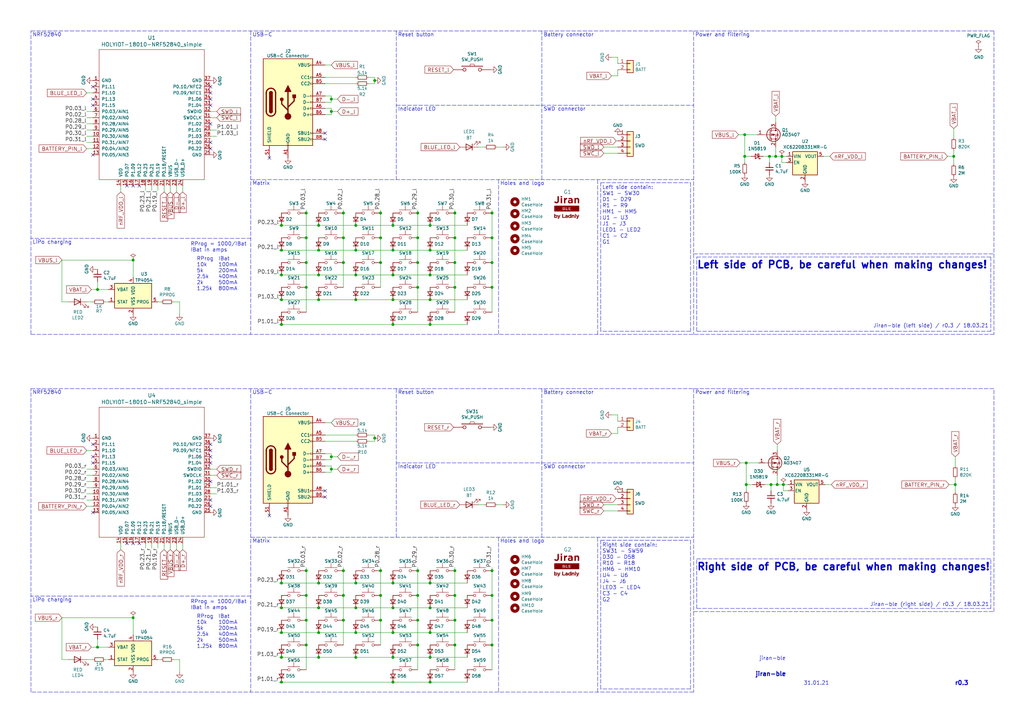
<source format=kicad_sch>
(kicad_sch (version 20210126) (generator eeschema)
  (paper "A3")
  (junction (at 40.005 118.745) (diameter 1.016))
  (junction (at 40.005 265.43) (diameter 1.016))
  (junction (at 54.61 106.68) (diameter 1.016))
  (junction (at 54.61 253.365) (diameter 1.016))
  (junction (at 115.443 92.456) (diameter 1.016))
  (junction (at 115.443 102.616) (diameter 1.016))
  (junction (at 115.443 112.776) (diameter 1.016))
  (junction (at 115.443 122.936) (diameter 1.016))
  (junction (at 115.443 133.096) (diameter 1.016))
  (junction (at 115.443 239.141) (diameter 1.016))
  (junction (at 115.443 249.301) (diameter 1.016))
  (junction (at 115.443 259.461) (diameter 1.016))
  (junction (at 115.443 269.621) (diameter 1.016))
  (junction (at 115.443 279.781) (diameter 1.016))
  (junction (at 125.603 87.376) (diameter 1.016))
  (junction (at 125.603 97.536) (diameter 1.016))
  (junction (at 125.603 107.696) (diameter 1.016))
  (junction (at 125.603 117.856) (diameter 1.016))
  (junction (at 125.603 234.061) (diameter 1.016))
  (junction (at 125.603 244.221) (diameter 1.016))
  (junction (at 125.603 254.381) (diameter 1.016))
  (junction (at 125.603 264.541) (diameter 1.016))
  (junction (at 130.683 92.456) (diameter 1.016))
  (junction (at 130.683 102.616) (diameter 1.016))
  (junction (at 130.683 112.776) (diameter 1.016))
  (junction (at 130.683 122.936) (diameter 1.016))
  (junction (at 130.683 239.141) (diameter 1.016))
  (junction (at 130.683 249.301) (diameter 1.016))
  (junction (at 130.683 259.461) (diameter 1.016))
  (junction (at 130.683 269.621) (diameter 1.016))
  (junction (at 135.89 40.64) (diameter 1.016))
  (junction (at 135.89 45.72) (diameter 1.016))
  (junction (at 135.89 187.325) (diameter 1.016))
  (junction (at 135.89 192.405) (diameter 1.016))
  (junction (at 140.843 87.376) (diameter 1.016))
  (junction (at 140.843 97.536) (diameter 1.016))
  (junction (at 140.843 107.696) (diameter 1.016))
  (junction (at 140.843 234.061) (diameter 1.016))
  (junction (at 140.843 244.221) (diameter 1.016))
  (junction (at 140.843 254.381) (diameter 1.016))
  (junction (at 145.923 92.456) (diameter 1.016))
  (junction (at 145.923 102.616) (diameter 1.016))
  (junction (at 145.923 112.776) (diameter 1.016))
  (junction (at 145.923 122.936) (diameter 1.016))
  (junction (at 145.923 239.141) (diameter 1.016))
  (junction (at 145.923 249.301) (diameter 1.016))
  (junction (at 145.923 259.461) (diameter 1.016))
  (junction (at 145.923 269.621) (diameter 1.016))
  (junction (at 153.67 33.02) (diameter 1.016))
  (junction (at 153.67 179.705) (diameter 1.016))
  (junction (at 156.083 87.376) (diameter 1.016))
  (junction (at 156.083 97.536) (diameter 1.016))
  (junction (at 156.083 107.696) (diameter 1.016))
  (junction (at 156.083 234.061) (diameter 1.016))
  (junction (at 156.083 244.221) (diameter 1.016))
  (junction (at 156.083 254.381) (diameter 1.016))
  (junction (at 161.163 92.456) (diameter 1.016))
  (junction (at 161.163 102.616) (diameter 1.016))
  (junction (at 161.163 112.776) (diameter 1.016))
  (junction (at 161.163 122.936) (diameter 1.016))
  (junction (at 161.163 133.096) (diameter 1.016))
  (junction (at 161.163 239.141) (diameter 1.016))
  (junction (at 161.163 249.301) (diameter 1.016))
  (junction (at 161.163 259.461) (diameter 1.016))
  (junction (at 161.163 269.621) (diameter 1.016))
  (junction (at 161.163 279.781) (diameter 1.016))
  (junction (at 171.323 87.376) (diameter 1.016))
  (junction (at 171.323 97.536) (diameter 1.016))
  (junction (at 171.323 107.696) (diameter 1.016))
  (junction (at 171.323 117.856) (diameter 1.016))
  (junction (at 171.323 234.061) (diameter 1.016))
  (junction (at 171.323 244.221) (diameter 1.016))
  (junction (at 171.323 254.381) (diameter 1.016))
  (junction (at 171.323 264.541) (diameter 1.016))
  (junction (at 176.403 92.456) (diameter 1.016))
  (junction (at 176.403 102.616) (diameter 1.016))
  (junction (at 176.403 112.776) (diameter 1.016))
  (junction (at 176.403 122.936) (diameter 1.016))
  (junction (at 176.403 133.096) (diameter 1.016))
  (junction (at 176.403 239.141) (diameter 1.016))
  (junction (at 176.403 249.301) (diameter 1.016))
  (junction (at 176.403 259.461) (diameter 1.016))
  (junction (at 176.403 269.621) (diameter 1.016))
  (junction (at 176.403 279.781) (diameter 1.016))
  (junction (at 186.563 87.376) (diameter 1.016))
  (junction (at 186.563 97.536) (diameter 1.016))
  (junction (at 186.563 107.696) (diameter 1.016))
  (junction (at 186.563 117.856) (diameter 1.016))
  (junction (at 186.563 234.061) (diameter 1.016))
  (junction (at 186.563 244.221) (diameter 1.016))
  (junction (at 186.563 254.381) (diameter 1.016))
  (junction (at 186.563 264.541) (diameter 1.016))
  (junction (at 201.803 87.376) (diameter 1.016))
  (junction (at 201.803 97.536) (diameter 1.016))
  (junction (at 201.803 107.696) (diameter 1.016))
  (junction (at 201.803 117.856) (diameter 1.016))
  (junction (at 201.803 234.061) (diameter 1.016))
  (junction (at 201.803 244.221) (diameter 1.016))
  (junction (at 201.803 254.381) (diameter 1.016))
  (junction (at 201.803 264.541) (diameter 1.016))
  (junction (at 305.435 55.245) (diameter 1.016))
  (junction (at 305.435 64.135) (diameter 1.016))
  (junction (at 306.07 189.865) (diameter 1.016))
  (junction (at 306.07 198.755) (diameter 1.016))
  (junction (at 315.595 64.135) (diameter 1.016))
  (junction (at 316.23 198.755) (diameter 1.016))
  (junction (at 318.135 64.135) (diameter 1.016))
  (junction (at 318.77 198.755) (diameter 1.016))
  (junction (at 320.675 64.135) (diameter 1.016))
  (junction (at 321.31 198.755) (diameter 1.016))
  (junction (at 391.16 64.135) (diameter 1.016))
  (junction (at 391.795 198.755) (diameter 1.016))
  (no_connect (at 38.1 35.56))
  (no_connect (at 38.1 40.64))
  (no_connect (at 38.1 43.18))
  (no_connect (at 38.1 63.5))
  (no_connect (at 38.1 182.245))
  (no_connect (at 38.1 187.325))
  (no_connect (at 38.1 189.865))
  (no_connect (at 38.1 210.185))
  (no_connect (at 52.07 76.2))
  (no_connect (at 52.07 222.885))
  (no_connect (at 54.61 76.2))
  (no_connect (at 54.61 222.885))
  (no_connect (at 57.15 76.2))
  (no_connect (at 57.15 222.885))
  (no_connect (at 86.36 35.56))
  (no_connect (at 86.36 38.1))
  (no_connect (at 86.36 40.64))
  (no_connect (at 86.36 43.18))
  (no_connect (at 86.36 50.8))
  (no_connect (at 86.36 58.42))
  (no_connect (at 86.36 60.96))
  (no_connect (at 86.36 182.245))
  (no_connect (at 86.36 184.785))
  (no_connect (at 86.36 187.325))
  (no_connect (at 86.36 189.865))
  (no_connect (at 86.36 197.485))
  (no_connect (at 86.36 205.105))
  (no_connect (at 86.36 207.645))
  (no_connect (at 110.49 64.77))
  (no_connect (at 110.49 211.455))
  (no_connect (at 133.35 54.61))
  (no_connect (at 133.35 57.15))
  (no_connect (at 133.35 201.295))
  (no_connect (at 133.35 203.835))
  (wire (pts (xy 25.4 106.68) (xy 25.4 123.825)))
  (wire (pts (xy 25.4 106.68) (xy 54.61 106.68)))
  (wire (pts (xy 25.4 123.825) (xy 27.94 123.825)))
  (wire (pts (xy 25.4 253.365) (xy 25.4 270.51)))
  (wire (pts (xy 25.4 253.365) (xy 54.61 253.365)))
  (wire (pts (xy 25.4 270.51) (xy 27.94 270.51)))
  (wire (pts (xy 35.56 38.1) (xy 38.1 38.1)))
  (wire (pts (xy 35.56 45.72) (xy 38.1 45.72)))
  (wire (pts (xy 35.56 48.26) (xy 38.1 48.26)))
  (wire (pts (xy 35.56 50.8) (xy 38.1 50.8)))
  (wire (pts (xy 35.56 53.34) (xy 38.1 53.34)))
  (wire (pts (xy 35.56 55.88) (xy 38.1 55.88)))
  (wire (pts (xy 35.56 58.42) (xy 38.1 58.42)))
  (wire (pts (xy 35.56 60.96) (xy 38.1 60.96)))
  (wire (pts (xy 35.56 123.825) (xy 38.1 123.825)))
  (wire (pts (xy 35.56 184.785) (xy 38.1 184.785)))
  (wire (pts (xy 35.56 192.405) (xy 38.1 192.405)))
  (wire (pts (xy 35.56 194.945) (xy 38.1 194.945)))
  (wire (pts (xy 35.56 197.485) (xy 38.1 197.485)))
  (wire (pts (xy 35.56 200.025) (xy 38.1 200.025)))
  (wire (pts (xy 35.56 202.565) (xy 38.1 202.565)))
  (wire (pts (xy 35.56 205.105) (xy 38.1 205.105)))
  (wire (pts (xy 35.56 207.645) (xy 38.1 207.645)))
  (wire (pts (xy 35.56 270.51) (xy 38.1 270.51)))
  (wire (pts (xy 39.37 110.49) (xy 40.005 110.49)))
  (wire (pts (xy 39.37 257.175) (xy 40.005 257.175)))
  (wire (pts (xy 40.005 115.57) (xy 40.005 118.745)))
  (wire (pts (xy 40.005 118.745) (xy 37.465 118.745)))
  (wire (pts (xy 40.005 118.745) (xy 44.45 118.745)))
  (wire (pts (xy 40.005 262.255) (xy 40.005 265.43)))
  (wire (pts (xy 40.005 265.43) (xy 37.465 265.43)))
  (wire (pts (xy 40.005 265.43) (xy 44.45 265.43)))
  (wire (pts (xy 43.18 123.825) (xy 44.45 123.825)))
  (wire (pts (xy 43.18 270.51) (xy 44.45 270.51)))
  (wire (pts (xy 49.53 78.74) (xy 49.53 76.2)))
  (wire (pts (xy 49.53 225.425) (xy 49.53 222.885)))
  (wire (pts (xy 54.61 113.665) (xy 54.61 106.68)))
  (wire (pts (xy 54.61 260.35) (xy 54.61 253.365)))
  (wire (pts (xy 59.69 78.105) (xy 59.69 76.2)))
  (wire (pts (xy 59.69 224.79) (xy 59.69 222.885)))
  (wire (pts (xy 62.23 78.105) (xy 62.23 76.2)))
  (wire (pts (xy 62.23 224.79) (xy 62.23 222.885)))
  (wire (pts (xy 64.77 78.105) (xy 64.77 76.2)))
  (wire (pts (xy 64.77 123.825) (xy 66.04 123.825)))
  (wire (pts (xy 64.77 224.79) (xy 64.77 222.885)))
  (wire (pts (xy 64.77 270.51) (xy 66.04 270.51)))
  (wire (pts (xy 67.31 78.74) (xy 67.31 76.2)))
  (wire (pts (xy 67.31 225.425) (xy 67.31 222.885)))
  (wire (pts (xy 69.85 78.74) (xy 69.85 76.2)))
  (wire (pts (xy 69.85 225.425) (xy 69.85 222.885)))
  (wire (pts (xy 71.12 123.825) (xy 73.66 123.825)))
  (wire (pts (xy 71.12 270.51) (xy 73.66 270.51)))
  (wire (pts (xy 72.39 76.2) (xy 72.39 78.74)))
  (wire (pts (xy 72.39 222.885) (xy 72.39 225.425)))
  (wire (pts (xy 73.66 128.905) (xy 73.66 123.825)))
  (wire (pts (xy 73.66 275.59) (xy 73.66 270.51)))
  (wire (pts (xy 74.93 78.74) (xy 74.93 76.2)))
  (wire (pts (xy 74.93 225.425) (xy 74.93 222.885)))
  (wire (pts (xy 86.36 53.34) (xy 88.9 53.34)))
  (wire (pts (xy 86.36 200.025) (xy 88.9 200.025)))
  (wire (pts (xy 88.9 45.72) (xy 86.36 45.72)))
  (wire (pts (xy 88.9 48.26) (xy 86.36 48.26)))
  (wire (pts (xy 88.9 55.88) (xy 86.36 55.88)))
  (wire (pts (xy 88.9 192.405) (xy 86.36 192.405)))
  (wire (pts (xy 88.9 194.945) (xy 86.36 194.945)))
  (wire (pts (xy 88.9 202.565) (xy 86.36 202.565)))
  (wire (pts (xy 114.427 92.456) (xy 115.443 92.456)))
  (wire (pts (xy 114.427 102.616) (xy 115.443 102.616)))
  (wire (pts (xy 114.427 112.776) (xy 115.443 112.776)))
  (wire (pts (xy 114.427 122.936) (xy 115.443 122.936)))
  (wire (pts (xy 114.427 133.096) (xy 115.443 133.096)))
  (wire (pts (xy 114.427 239.141) (xy 115.443 239.141)))
  (wire (pts (xy 114.427 249.301) (xy 115.443 249.301)))
  (wire (pts (xy 114.427 259.461) (xy 115.443 259.461)))
  (wire (pts (xy 114.427 269.621) (xy 115.443 269.621)))
  (wire (pts (xy 114.427 279.781) (xy 115.443 279.781)))
  (wire (pts (xy 115.443 92.456) (xy 130.683 92.456)))
  (wire (pts (xy 115.443 102.616) (xy 130.683 102.616)))
  (wire (pts (xy 115.443 112.776) (xy 130.683 112.776)))
  (wire (pts (xy 115.443 122.936) (xy 130.683 122.936)))
  (wire (pts (xy 115.443 133.096) (xy 161.163 133.096)))
  (wire (pts (xy 115.443 239.141) (xy 130.683 239.141)))
  (wire (pts (xy 115.443 249.301) (xy 130.683 249.301)))
  (wire (pts (xy 115.443 259.461) (xy 130.683 259.461)))
  (wire (pts (xy 115.443 269.621) (xy 130.683 269.621)))
  (wire (pts (xy 115.443 279.781) (xy 161.163 279.781)))
  (wire (pts (xy 125.603 86.106) (xy 125.603 87.376)))
  (wire (pts (xy 125.603 97.536) (xy 125.603 87.376)))
  (wire (pts (xy 125.603 107.696) (xy 125.603 97.536)))
  (wire (pts (xy 125.603 117.856) (xy 125.603 107.696)))
  (wire (pts (xy 125.603 128.016) (xy 125.603 117.856)))
  (wire (pts (xy 125.603 232.791) (xy 125.603 234.061)))
  (wire (pts (xy 125.603 244.221) (xy 125.603 234.061)))
  (wire (pts (xy 125.603 254.381) (xy 125.603 244.221)))
  (wire (pts (xy 125.603 264.541) (xy 125.603 254.381)))
  (wire (pts (xy 125.603 274.701) (xy 125.603 264.541)))
  (wire (pts (xy 130.683 92.456) (xy 145.923 92.456)))
  (wire (pts (xy 130.683 102.616) (xy 145.923 102.616)))
  (wire (pts (xy 130.683 112.776) (xy 145.923 112.776)))
  (wire (pts (xy 130.683 122.936) (xy 145.923 122.936)))
  (wire (pts (xy 130.683 239.141) (xy 145.923 239.141)))
  (wire (pts (xy 130.683 249.301) (xy 145.923 249.301)))
  (wire (pts (xy 130.683 259.461) (xy 145.923 259.461)))
  (wire (pts (xy 130.683 269.621) (xy 145.923 269.621)))
  (wire (pts (xy 133.35 39.37) (xy 135.89 39.37)))
  (wire (pts (xy 133.35 44.45) (xy 135.89 44.45)))
  (wire (pts (xy 133.35 186.055) (xy 135.89 186.055)))
  (wire (pts (xy 133.35 191.135) (xy 135.89 191.135)))
  (wire (pts (xy 135.89 26.67) (xy 133.35 26.67)))
  (wire (pts (xy 135.89 39.37) (xy 135.89 40.64)))
  (wire (pts (xy 135.89 40.64) (xy 135.89 41.91)))
  (wire (pts (xy 135.89 41.91) (xy 133.35 41.91)))
  (wire (pts (xy 135.89 44.45) (xy 135.89 45.72)))
  (wire (pts (xy 135.89 45.72) (xy 135.89 46.99)))
  (wire (pts (xy 135.89 46.99) (xy 133.35 46.99)))
  (wire (pts (xy 135.89 173.355) (xy 133.35 173.355)))
  (wire (pts (xy 135.89 186.055) (xy 135.89 187.325)))
  (wire (pts (xy 135.89 187.325) (xy 135.89 188.595)))
  (wire (pts (xy 135.89 188.595) (xy 133.35 188.595)))
  (wire (pts (xy 135.89 191.135) (xy 135.89 192.405)))
  (wire (pts (xy 135.89 192.405) (xy 135.89 193.675)))
  (wire (pts (xy 135.89 193.675) (xy 133.35 193.675)))
  (wire (pts (xy 138.43 40.64) (xy 135.89 40.64)))
  (wire (pts (xy 138.43 45.72) (xy 135.89 45.72)))
  (wire (pts (xy 138.43 187.325) (xy 135.89 187.325)))
  (wire (pts (xy 138.43 192.405) (xy 135.89 192.405)))
  (wire (pts (xy 140.843 86.106) (xy 140.843 87.376)))
  (wire (pts (xy 140.843 97.536) (xy 140.843 87.376)))
  (wire (pts (xy 140.843 107.696) (xy 140.843 97.536)))
  (wire (pts (xy 140.843 117.856) (xy 140.843 107.696)))
  (wire (pts (xy 140.843 232.791) (xy 140.843 234.061)))
  (wire (pts (xy 140.843 244.221) (xy 140.843 234.061)))
  (wire (pts (xy 140.843 254.381) (xy 140.843 244.221)))
  (wire (pts (xy 140.843 264.541) (xy 140.843 254.381)))
  (wire (pts (xy 145.923 92.456) (xy 161.163 92.456)))
  (wire (pts (xy 145.923 102.616) (xy 161.163 102.616)))
  (wire (pts (xy 145.923 112.776) (xy 161.163 112.776)))
  (wire (pts (xy 145.923 122.936) (xy 161.163 122.936)))
  (wire (pts (xy 145.923 239.141) (xy 161.163 239.141)))
  (wire (pts (xy 145.923 249.301) (xy 161.163 249.301)))
  (wire (pts (xy 145.923 259.461) (xy 161.163 259.461)))
  (wire (pts (xy 145.923 269.621) (xy 161.163 269.621)))
  (wire (pts (xy 146.05 31.75) (xy 133.35 31.75)))
  (wire (pts (xy 146.05 34.29) (xy 133.35 34.29)))
  (wire (pts (xy 146.05 178.435) (xy 133.35 178.435)))
  (wire (pts (xy 146.05 180.975) (xy 133.35 180.975)))
  (wire (pts (xy 151.13 31.75) (xy 153.67 31.75)))
  (wire (pts (xy 151.13 178.435) (xy 153.67 178.435)))
  (wire (pts (xy 153.67 31.75) (xy 153.67 33.02)))
  (wire (pts (xy 153.67 33.02) (xy 153.67 34.29)))
  (wire (pts (xy 153.67 34.29) (xy 151.13 34.29)))
  (wire (pts (xy 153.67 178.435) (xy 153.67 179.705)))
  (wire (pts (xy 153.67 179.705) (xy 153.67 180.975)))
  (wire (pts (xy 153.67 180.975) (xy 151.13 180.975)))
  (wire (pts (xy 156.083 86.106) (xy 156.083 87.376)))
  (wire (pts (xy 156.083 87.376) (xy 156.083 97.536)))
  (wire (pts (xy 156.083 97.536) (xy 156.083 107.696)))
  (wire (pts (xy 156.083 107.696) (xy 156.083 117.856)))
  (wire (pts (xy 156.083 232.791) (xy 156.083 234.061)))
  (wire (pts (xy 156.083 234.061) (xy 156.083 244.221)))
  (wire (pts (xy 156.083 244.221) (xy 156.083 254.381)))
  (wire (pts (xy 156.083 254.381) (xy 156.083 264.541)))
  (wire (pts (xy 161.163 92.456) (xy 176.403 92.456)))
  (wire (pts (xy 161.163 102.616) (xy 176.403 102.616)))
  (wire (pts (xy 161.163 112.776) (xy 176.403 112.776)))
  (wire (pts (xy 161.163 122.936) (xy 176.403 122.936)))
  (wire (pts (xy 161.163 133.096) (xy 176.403 133.096)))
  (wire (pts (xy 161.163 239.141) (xy 176.403 239.141)))
  (wire (pts (xy 161.163 249.301) (xy 176.403 249.301)))
  (wire (pts (xy 161.163 259.461) (xy 176.403 259.461)))
  (wire (pts (xy 161.163 269.621) (xy 176.403 269.621)))
  (wire (pts (xy 161.163 279.781) (xy 176.403 279.781)))
  (wire (pts (xy 171.323 86.106) (xy 171.323 87.376)))
  (wire (pts (xy 171.323 97.536) (xy 171.323 87.376)))
  (wire (pts (xy 171.323 107.696) (xy 171.323 97.536)))
  (wire (pts (xy 171.323 117.856) (xy 171.323 107.696)))
  (wire (pts (xy 171.323 128.016) (xy 171.323 117.856)))
  (wire (pts (xy 171.323 232.791) (xy 171.323 234.061)))
  (wire (pts (xy 171.323 244.221) (xy 171.323 234.061)))
  (wire (pts (xy 171.323 254.381) (xy 171.323 244.221)))
  (wire (pts (xy 171.323 264.541) (xy 171.323 254.381)))
  (wire (pts (xy 171.323 274.701) (xy 171.323 264.541)))
  (wire (pts (xy 176.403 92.456) (xy 191.643 92.456)))
  (wire (pts (xy 176.403 102.616) (xy 191.643 102.616)))
  (wire (pts (xy 176.403 112.776) (xy 191.643 112.776)))
  (wire (pts (xy 176.403 122.936) (xy 191.643 122.936)))
  (wire (pts (xy 176.403 133.096) (xy 191.643 133.096)))
  (wire (pts (xy 176.403 239.141) (xy 191.643 239.141)))
  (wire (pts (xy 176.403 249.301) (xy 191.643 249.301)))
  (wire (pts (xy 176.403 259.461) (xy 191.643 259.461)))
  (wire (pts (xy 176.403 269.621) (xy 191.643 269.621)))
  (wire (pts (xy 176.403 279.781) (xy 191.643 279.781)))
  (wire (pts (xy 186.563 86.106) (xy 186.563 87.376)))
  (wire (pts (xy 186.563 97.536) (xy 186.563 87.376)))
  (wire (pts (xy 186.563 107.696) (xy 186.563 97.536)))
  (wire (pts (xy 186.563 117.856) (xy 186.563 107.696)))
  (wire (pts (xy 186.563 128.016) (xy 186.563 117.856)))
  (wire (pts (xy 186.563 232.791) (xy 186.563 234.061)))
  (wire (pts (xy 186.563 244.221) (xy 186.563 234.061)))
  (wire (pts (xy 186.563 254.381) (xy 186.563 244.221)))
  (wire (pts (xy 186.563 264.541) (xy 186.563 254.381)))
  (wire (pts (xy 186.563 274.701) (xy 186.563 264.541)))
  (wire (pts (xy 198.755 60.325) (xy 196.215 60.325)))
  (wire (pts (xy 198.755 207.01) (xy 196.215 207.01)))
  (wire (pts (xy 201.803 86.106) (xy 201.803 87.376)))
  (wire (pts (xy 201.803 87.376) (xy 201.803 97.536)))
  (wire (pts (xy 201.803 107.696) (xy 201.803 97.536)))
  (wire (pts (xy 201.803 117.856) (xy 201.803 107.696)))
  (wire (pts (xy 201.803 128.016) (xy 201.803 117.856)))
  (wire (pts (xy 201.803 232.791) (xy 201.803 234.061)))
  (wire (pts (xy 201.803 234.061) (xy 201.803 244.221)))
  (wire (pts (xy 201.803 254.381) (xy 201.803 244.221)))
  (wire (pts (xy 201.803 264.541) (xy 201.803 254.381)))
  (wire (pts (xy 201.803 274.701) (xy 201.803 264.541)))
  (wire (pts (xy 206.375 60.325) (xy 203.835 60.325)))
  (wire (pts (xy 206.375 207.01) (xy 203.835 207.01)))
  (wire (pts (xy 247.65 60.325) (xy 253.365 60.325)))
  (wire (pts (xy 247.65 62.865) (xy 253.365 62.865)))
  (wire (pts (xy 247.65 207.01) (xy 253.365 207.01)))
  (wire (pts (xy 247.65 209.55) (xy 253.365 209.55)))
  (wire (pts (xy 250.825 23.495) (xy 253.365 23.495)))
  (wire (pts (xy 250.825 170.18) (xy 253.365 170.18)))
  (wire (pts (xy 252.73 57.785) (xy 253.365 57.785)))
  (wire (pts (xy 252.73 204.47) (xy 253.365 204.47)))
  (wire (pts (xy 253.365 23.495) (xy 253.365 26.035)))
  (wire (pts (xy 253.365 28.575) (xy 253.365 31.115)))
  (wire (pts (xy 253.365 31.115) (xy 250.825 31.115)))
  (wire (pts (xy 253.365 170.18) (xy 253.365 172.72)))
  (wire (pts (xy 253.365 175.26) (xy 253.365 177.8)))
  (wire (pts (xy 253.365 177.8) (xy 250.825 177.8)))
  (wire (pts (xy 302.895 55.245) (xy 305.435 55.245)))
  (wire (pts (xy 303.53 189.865) (xy 306.07 189.865)))
  (wire (pts (xy 305.435 64.135) (xy 305.435 55.245)))
  (wire (pts (xy 305.435 64.135) (xy 307.975 64.135)))
  (wire (pts (xy 305.435 66.675) (xy 305.435 64.135)))
  (wire (pts (xy 306.07 198.755) (xy 306.07 189.865)))
  (wire (pts (xy 306.07 198.755) (xy 308.61 198.755)))
  (wire (pts (xy 306.07 201.295) (xy 306.07 198.755)))
  (wire (pts (xy 310.515 55.245) (xy 305.435 55.245)))
  (wire (pts (xy 311.15 189.865) (xy 306.07 189.865)))
  (wire (pts (xy 313.055 64.135) (xy 315.595 64.135)))
  (wire (pts (xy 313.69 198.755) (xy 316.23 198.755)))
  (wire (pts (xy 315.595 64.135) (xy 318.135 64.135)))
  (wire (pts (xy 315.595 66.675) (xy 315.595 64.135)))
  (wire (pts (xy 316.23 198.755) (xy 318.77 198.755)))
  (wire (pts (xy 316.23 201.295) (xy 316.23 198.755)))
  (wire (pts (xy 318.135 47.625) (xy 318.135 50.165)))
  (wire (pts (xy 318.135 60.325) (xy 318.135 64.135)))
  (wire (pts (xy 318.77 182.245) (xy 318.77 184.785)))
  (wire (pts (xy 318.77 194.945) (xy 318.77 198.755)))
  (wire (pts (xy 320.675 64.135) (xy 318.135 64.135)))
  (wire (pts (xy 320.675 66.675) (xy 320.675 64.135)))
  (wire (pts (xy 321.31 198.755) (xy 318.77 198.755)))
  (wire (pts (xy 321.31 201.295) (xy 321.31 198.755)))
  (wire (pts (xy 322.58 64.135) (xy 320.675 64.135)))
  (wire (pts (xy 322.58 66.675) (xy 320.675 66.675)))
  (wire (pts (xy 323.215 198.755) (xy 321.31 198.755)))
  (wire (pts (xy 323.215 201.295) (xy 321.31 201.295)))
  (wire (pts (xy 340.36 64.135) (xy 337.82 64.135)))
  (wire (pts (xy 340.995 198.755) (xy 338.455 198.755)))
  (wire (pts (xy 388.62 64.135) (xy 391.16 64.135)))
  (wire (pts (xy 389.255 198.755) (xy 391.795 198.755)))
  (wire (pts (xy 391.16 52.705) (xy 391.16 56.515)))
  (wire (pts (xy 391.16 61.595) (xy 391.16 64.135)))
  (wire (pts (xy 391.16 64.135) (xy 391.16 67.31)))
  (wire (pts (xy 391.795 187.325) (xy 391.795 191.135)))
  (wire (pts (xy 391.795 196.215) (xy 391.795 198.755)))
  (wire (pts (xy 391.795 198.755) (xy 391.795 201.93)))
  (polyline (pts (xy 12.7 12.7) (xy 407.67 12.7)) (stroke (width 0) (type dash)))
  (polyline (pts (xy 12.7 137.16) (xy 12.7 12.7)) (stroke (width 0) (type dash)))
  (polyline (pts (xy 12.7 159.385) (xy 407.67 159.385)) (stroke (width 0) (type dash)))
  (polyline (pts (xy 12.7 283.845) (xy 12.7 159.385)) (stroke (width 0) (type dash)))
  (polyline (pts (xy 102.87 12.7) (xy 102.87 137.16)) (stroke (width 0) (type dash)))
  (polyline (pts (xy 102.87 73.66) (xy 284.48 73.66)) (stroke (width 0) (type dash)))
  (polyline (pts (xy 102.87 97.79) (xy 12.7 97.79)) (stroke (width 0) (type dash)))
  (polyline (pts (xy 102.87 159.385) (xy 102.87 283.845)) (stroke (width 0) (type dash)))
  (polyline (pts (xy 102.87 220.345) (xy 284.48 220.345)) (stroke (width 0) (type dash)))
  (polyline (pts (xy 102.87 244.475) (xy 12.7 244.475)) (stroke (width 0) (type dash)))
  (polyline (pts (xy 162.56 12.7) (xy 162.56 73.66)) (stroke (width 0) (type dash)))
  (polyline (pts (xy 162.56 43.18) (xy 284.48 43.18)) (stroke (width 0) (type dash)))
  (polyline (pts (xy 162.56 159.385) (xy 162.56 220.345)) (stroke (width 0) (type dash)))
  (polyline (pts (xy 162.56 189.865) (xy 284.48 189.865)) (stroke (width 0) (type dash)))
  (polyline (pts (xy 204.47 73.66) (xy 204.47 137.16)) (stroke (width 0) (type dash)))
  (polyline (pts (xy 204.47 220.345) (xy 204.47 283.845)) (stroke (width 0) (type dash)))
  (polyline (pts (xy 222.25 73.66) (xy 222.25 12.7)) (stroke (width 0) (type dash)))
  (polyline (pts (xy 222.25 220.345) (xy 222.25 159.385)) (stroke (width 0) (type dash)))
  (polyline (pts (xy 245.11 137.16) (xy 245.11 73.66)) (stroke (width 0) (type dash)))
  (polyline (pts (xy 245.11 283.845) (xy 245.11 220.345)) (stroke (width 0) (type dash)))
  (polyline (pts (xy 246.38 74.93) (xy 283.21 74.93)) (stroke (width 0) (type dash)))
  (polyline (pts (xy 246.38 135.89) (xy 246.38 74.93)) (stroke (width 0) (type dash)))
  (polyline (pts (xy 246.38 221.615) (xy 283.21 221.615)) (stroke (width 0) (type dash)))
  (polyline (pts (xy 246.38 282.575) (xy 246.38 221.615)) (stroke (width 0) (type dash)))
  (polyline (pts (xy 283.21 74.93) (xy 283.21 135.89)) (stroke (width 0) (type dash)))
  (polyline (pts (xy 283.21 135.89) (xy 246.38 135.89)) (stroke (width 0) (type dash)))
  (polyline (pts (xy 283.21 221.615) (xy 283.21 282.575)) (stroke (width 0) (type dash)))
  (polyline (pts (xy 283.21 282.575) (xy 246.38 282.575)) (stroke (width 0) (type dash)))
  (polyline (pts (xy 284.48 12.7) (xy 284.48 137.16)) (stroke (width 0) (type dash)))
  (polyline (pts (xy 284.48 104.14) (xy 407.67 104.14)) (stroke (width 0) (type dash)))
  (polyline (pts (xy 284.48 159.385) (xy 284.48 283.845)) (stroke (width 0) (type dash)))
  (polyline (pts (xy 284.48 250.825) (xy 407.67 250.825)) (stroke (width 0) (type dash)))
  (polyline (pts (xy 284.48 283.845) (xy 12.7 283.845)) (stroke (width 0) (type dash)))
  (polyline (pts (xy 285.75 105.41) (xy 406.4 105.41)) (stroke (width 0) (type dash)))
  (polyline (pts (xy 285.75 135.89) (xy 285.75 105.41)) (stroke (width 0) (type dash)))
  (polyline (pts (xy 285.75 229.235) (xy 406.4 229.235)) (stroke (width 0) (type dash)))
  (polyline (pts (xy 285.75 249.555) (xy 285.75 229.235)) (stroke (width 0) (type dash)))
  (polyline (pts (xy 406.4 105.41) (xy 406.4 135.89)) (stroke (width 0) (type dash)))
  (polyline (pts (xy 406.4 135.89) (xy 285.75 135.89)) (stroke (width 0) (type dash)))
  (polyline (pts (xy 406.4 249.555) (xy 285.75 249.555)) (stroke (width 0) (type dash)))
  (polyline (pts (xy 406.4 249.555) (xy 406.4 229.235)) (stroke (width 0) (type dash)))
  (polyline (pts (xy 407.67 12.7) (xy 407.67 137.16)) (stroke (width 0) (type dash)))
  (polyline (pts (xy 407.67 137.16) (xy 12.7 137.16)) (stroke (width 0) (type dash)))
  (polyline (pts (xy 407.67 250.825) (xy 407.67 159.385)) (stroke (width 0) (type dash)))
  (text "NRF52840" (at 13.335 15.24 0) (effects (font (size 1.524 1.524)) (justify left bottom)))
  (text "LiPo charging\n" (at 13.335 100.33 0) (effects (font (size 1.524 1.524)) (justify left bottom)))
  (text "NRF52840" (at 13.335 161.925 0) (effects (font (size 1.524 1.524)) (justify left bottom)))
  (text "LiPo charging\n" (at 13.335 247.015 0) (effects (font (size 1.524 1.524)) (justify left bottom)))
  (text "RProg = 1000/IBat\nIBat in amps" (at 78.105 103.505 0) (effects (font (size 1.524 1.524)) (justify left bottom)))
  (text "RProg = 1000/IBat\nIBat in amps" (at 78.105 250.19 0) (effects (font (size 1.524 1.524)) (justify left bottom)))
  (text "RProg\n10k\n5k\n2.5k\n2k\n1.25k" (at 80.645 119.38 0) (effects (font (size 1.524 1.524)) (justify left bottom)))
  (text "RProg\n10k\n5k\n2.5k\n2k\n1.25k" (at 80.645 266.065 0) (effects (font (size 1.524 1.524)) (justify left bottom)))
  (text "IBat\n100mA\n200mA\n400mA\n500mA\n800mA" (at 89.535 119.38 0) (effects (font (size 1.524 1.524)) (justify left bottom)))
  (text "IBat\n100mA\n200mA\n400mA\n500mA\n800mA" (at 89.535 266.065 0) (effects (font (size 1.524 1.524)) (justify left bottom)))
  (text "USB-C" (at 103.505 15.24 0) (effects (font (size 1.524 1.524)) (justify left bottom)))
  (text "Matrix" (at 103.505 76.2 0) (effects (font (size 1.5494 1.5494)) (justify left bottom)))
  (text "USB-C" (at 103.505 161.925 0) (effects (font (size 1.524 1.524)) (justify left bottom)))
  (text "Matrix" (at 103.505 222.885 0) (effects (font (size 1.5494 1.5494)) (justify left bottom)))
  (text "Reset button" (at 163.195 15.24 0) (effects (font (size 1.524 1.524)) (justify left bottom)))
  (text "Indicator LED" (at 163.195 45.72 0) (effects (font (size 1.524 1.524)) (justify left bottom)))
  (text "Reset button" (at 163.195 161.925 0) (effects (font (size 1.524 1.524)) (justify left bottom)))
  (text "Indicator LED" (at 163.195 192.405 0) (effects (font (size 1.524 1.524)) (justify left bottom)))
  (text "Holes and logo" (at 205.105 76.2 0) (effects (font (size 1.5494 1.5494)) (justify left bottom)))
  (text "Holes and logo" (at 205.105 222.885 0) (effects (font (size 1.5494 1.5494)) (justify left bottom)))
  (text "Battery connector" (at 222.885 15.24 0) (effects (font (size 1.524 1.524)) (justify left bottom)))
  (text "SWD connector" (at 222.885 45.72 0) (effects (font (size 1.524 1.524)) (justify left bottom)))
  (text "Battery connector" (at 222.885 161.925 0) (effects (font (size 1.524 1.524)) (justify left bottom)))
  (text "SWD connector" (at 222.885 192.405 0) (effects (font (size 1.524 1.524)) (justify left bottom)))
  (text "Left side contain:\nSW1 - SW30\nD1 - D29\nR1 - R9\nHM1 - HM5\nU1 - U3\nJ1 - J3\nLED1 - LED2\nC1 - C2\nG1\n" (at 247.015 100.33 0) (effects (font (size 1.5494 1.5494)) (justify left bottom)))
  (text "Right side contain:\nSW31 - SW59\nD30 - D58\nR10 - R18\nHM6 - HM10\nU4 - U6\nJ4 - J6\nLED3 - LED4\nC3 - C4\nG2\n" (at 247.015 247.015 0) (effects (font (size 1.5494 1.5494)) (justify left bottom)))
  (text "Power and filtering" (at 285.115 15.24 0) (effects (font (size 1.524 1.524)) (justify left bottom)))
  (text "Power and filtering" (at 285.115 161.925 0) (effects (font (size 1.524 1.524)) (justify left bottom)))
  (text "Left side of PCB, be careful when making changes!" (at 285.75 110.49 0) (effects (font (size 2.9972 2.9972) (thickness 0.5994) bold) (justify left bottom)))
  (text "Right side of PCB, be careful when making changes!" (at 285.75 234.315 0) (effects (font (size 2.9464 2.9464) (thickness 0.5893) bold) (justify left bottom)))
  (text "jiran-ble" (at 309.753 277.622 0) (effects (font (size 1.778 1.778) (thickness 0.3556) bold) (justify left bottom)))
  (text "jiran-ble" (at 311.404 271.018 0) (effects (font (size 1.5494 1.5494)) (justify left bottom)))
  (text "31.01.21" (at 329.565 281.178 0) (effects (font (size 1.5494 1.5494)) (justify left bottom)))
  (text "Jiran-ble (right side) / r0.3 / 18.03.21" (at 356.87 248.92 0) (effects (font (size 1.5494 1.5494)) (justify left bottom)))
  (text "Jiran-ble (left side) / r0.3 / 18.03.21" (at 358.14 134.62 0) (effects (font (size 1.5494 1.5494)) (justify left bottom)))
  (text "r0.3" (at 391.541 281.305 0) (effects (font (size 1.778 1.778) (thickness 0.3556) bold) (justify left bottom)))
  (label "P0.03_l" (at 35.56 45.72 180) (effects (font (size 1.5494 1.5494))))
  (label "P0.02_l" (at 35.56 48.26 180) (effects (font (size 1.5494 1.5494))))
  (label "P0.28_l" (at 35.56 50.8 180) (effects (font (size 1.5494 1.5494))))
  (label "P0.29_l" (at 35.56 53.34 180) (effects (font (size 1.5494 1.5494))))
  (label "P0.30_l" (at 35.56 55.88 180) (effects (font (size 1.5494 1.5494))))
  (label "P0.31_l" (at 35.56 58.42 180) (effects (font (size 1.5494 1.5494))))
  (label "P0.03_r" (at 35.56 192.405 180) (effects (font (size 1.5494 1.5494))))
  (label "P0.02_r" (at 35.56 194.945 180) (effects (font (size 1.5494 1.5494))))
  (label "P0.28_r" (at 35.56 197.485 180) (effects (font (size 1.5494 1.5494))))
  (label "P0.29_r" (at 35.56 200.025 180) (effects (font (size 1.5494 1.5494))))
  (label "P0.30_r" (at 35.56 202.565 180) (effects (font (size 1.5494 1.5494))))
  (label "P0.31_r" (at 35.56 205.105 180) (effects (font (size 1.5494 1.5494))))
  (label "P0.23_l" (at 59.69 78.105 270) (effects (font (size 1.5494 1.5494))))
  (label "P0.23_r" (at 59.69 224.79 270) (effects (font (size 1.5494 1.5494))))
  (label "P0.21_l" (at 62.23 78.105 270) (effects (font (size 1.5494 1.5494))))
  (label "P0.21_r" (at 62.23 224.79 270) (effects (font (size 1.5494 1.5494))))
  (label "P0.19_l" (at 64.77 78.105 270) (effects (font (size 1.5494 1.5494))))
  (label "P0.19_r" (at 64.77 224.79 270) (effects (font (size 1.5494 1.5494))))
  (label "P1.01_l" (at 88.9 53.34 0) (effects (font (size 1.5494 1.5494))))
  (label "P1.03_l" (at 88.9 55.88 0) (effects (font (size 1.5494 1.5494))))
  (label "P1.01_r" (at 88.9 200.025 0) (effects (font (size 1.5494 1.5494))))
  (label "P1.03_r" (at 88.9 202.565 0) (effects (font (size 1.5494 1.5494))))
  (label "P0.23_l" (at 114.427 92.456 180) (effects (font (size 1.5494 1.5494))))
  (label "P0.21_l" (at 114.427 102.616 180) (effects (font (size 1.5494 1.5494))))
  (label "P0.19_l" (at 114.427 112.776 180) (effects (font (size 1.5494 1.5494))))
  (label "P1.03_l" (at 114.427 122.936 180) (effects (font (size 1.5494 1.5494))))
  (label "P1.01_l" (at 114.427 133.096 180) (effects (font (size 1.5494 1.5494))))
  (label "P0.23_r" (at 114.427 239.141 180) (effects (font (size 1.5494 1.5494))))
  (label "P0.21_r" (at 114.427 249.301 180) (effects (font (size 1.5494 1.5494))))
  (label "P0.19_r" (at 114.427 259.461 180) (effects (font (size 1.5494 1.5494))))
  (label "P1.03_r" (at 114.427 269.621 180) (effects (font (size 1.5494 1.5494))))
  (label "P1.01_r" (at 114.427 279.781 180) (effects (font (size 1.5494 1.5494))))
  (label "P0.03_l" (at 125.603 86.106 90) (effects (font (size 1.5494 1.5494))))
  (label "P0.03_r" (at 125.603 232.791 90) (effects (font (size 1.5494 1.5494))))
  (label "P0.02_l" (at 140.843 86.106 90) (effects (font (size 1.5494 1.5494))))
  (label "P0.02_r" (at 140.843 232.791 90) (effects (font (size 1.5494 1.5494))))
  (label "P0.28_l" (at 156.083 86.106 90) (effects (font (size 1.5494 1.5494))))
  (label "P0.28_r" (at 156.083 232.791 90) (effects (font (size 1.5494 1.5494))))
  (label "P0.29_l" (at 171.323 86.106 90) (effects (font (size 1.5494 1.5494))))
  (label "P0.29_r" (at 171.323 232.791 90) (effects (font (size 1.5494 1.5494))))
  (label "P0.30_l" (at 186.563 86.106 90) (effects (font (size 1.5494 1.5494))))
  (label "P0.30_r" (at 186.563 232.791 90) (effects (font (size 1.5494 1.5494))))
  (label "P0.31_l" (at 201.803 86.106 90) (effects (font (size 1.5494 1.5494))))
  (label "P0.31_r" (at 201.803 232.791 90) (effects (font (size 1.5494 1.5494))))
  (global_label "VBUS_l" (shape input) (at 25.4 106.68 180) (effects (font (size 1.524 1.524))) (property "Intersheet References" "${INTERSHEET_REFS}" (effects hide)))
  (global_label "VBUS_r" (shape input) (at 25.4 253.365 180) (effects (font (size 1.524 1.524))) (property "Intersheet References" "${INTERSHEET_REFS}" (effects hide)))
  (global_label "BLUE_LED_l" (shape input) (at 35.56 38.1 180) (effects (font (size 1.5494 1.5494))) (property "Intersheet References" "${INTERSHEET_REFS}" (effects hide)))
  (global_label "BATTERY_PIN_l" (shape input) (at 35.56 60.96 180) (effects (font (size 1.5494 1.5494))) (property "Intersheet References" "${INTERSHEET_REFS}" (effects hide)))
  (global_label "BLUE_LED_r" (shape input) (at 35.56 184.785 180) (effects (font (size 1.5494 1.5494))) (property "Intersheet References" "${INTERSHEET_REFS}" (effects hide)))
  (global_label "BATTERY_PIN_r" (shape input) (at 35.56 207.645 180) (effects (font (size 1.5494 1.5494))) (property "Intersheet References" "${INTERSHEET_REFS}" (effects hide)))
  (global_label "VBAT_l" (shape input) (at 37.465 118.745 180) (effects (font (size 1.524 1.524))) (property "Intersheet References" "${INTERSHEET_REFS}" (effects hide)))
  (global_label "VBAT_r" (shape input) (at 37.465 265.43 180) (effects (font (size 1.524 1.524))) (property "Intersheet References" "${INTERSHEET_REFS}" (effects hide)))
  (global_label "nRF_VDD_l" (shape input) (at 49.53 78.74 270) (effects (font (size 1.5494 1.5494))) (property "Intersheet References" "${INTERSHEET_REFS}" (effects hide)))
  (global_label "nRF_VDD_r" (shape input) (at 49.53 225.425 270) (effects (font (size 1.5494 1.5494))) (property "Intersheet References" "${INTERSHEET_REFS}" (effects hide)))
  (global_label "RESET_l" (shape input) (at 67.31 78.74 270) (effects (font (size 1.5494 1.5494))) (property "Intersheet References" "${INTERSHEET_REFS}" (effects hide)))
  (global_label "RESET_r" (shape input) (at 67.31 225.425 270) (effects (font (size 1.5494 1.5494))) (property "Intersheet References" "${INTERSHEET_REFS}" (effects hide)))
  (global_label "VBUS_l" (shape input) (at 69.85 78.74 270) (effects (font (size 1.5494 1.5494))) (property "Intersheet References" "${INTERSHEET_REFS}" (effects hide)))
  (global_label "VBUS_r" (shape input) (at 69.85 225.425 270) (effects (font (size 1.5494 1.5494))) (property "Intersheet References" "${INTERSHEET_REFS}" (effects hide)))
  (global_label "D-_l" (shape input) (at 72.39 78.74 270) (effects (font (size 1.5494 1.5494))) (property "Intersheet References" "${INTERSHEET_REFS}" (effects hide)))
  (global_label "D-_r" (shape input) (at 72.39 225.425 270) (effects (font (size 1.5494 1.5494))) (property "Intersheet References" "${INTERSHEET_REFS}" (effects hide)))
  (global_label "D+_l" (shape input) (at 74.93 78.74 270) (effects (font (size 1.5494 1.5494))) (property "Intersheet References" "${INTERSHEET_REFS}" (effects hide)))
  (global_label "D+_r" (shape input) (at 74.93 225.425 270) (effects (font (size 1.5494 1.5494))) (property "Intersheet References" "${INTERSHEET_REFS}" (effects hide)))
  (global_label "SWD_l" (shape input) (at 88.9 45.72 0) (effects (font (size 1.5494 1.5494))) (property "Intersheet References" "${INTERSHEET_REFS}" (effects hide)))
  (global_label "SWC_l" (shape input) (at 88.9 48.26 0) (effects (font (size 1.5494 1.5494))) (property "Intersheet References" "${INTERSHEET_REFS}" (effects hide)))
  (global_label "SWD_r" (shape input) (at 88.9 192.405 0) (effects (font (size 1.5494 1.5494))) (property "Intersheet References" "${INTERSHEET_REFS}" (effects hide)))
  (global_label "SWC_r" (shape input) (at 88.9 194.945 0) (effects (font (size 1.5494 1.5494))) (property "Intersheet References" "${INTERSHEET_REFS}" (effects hide)))
  (global_label "VBUS_l" (shape input) (at 135.89 26.67 0) (effects (font (size 1.524 1.524))) (property "Intersheet References" "${INTERSHEET_REFS}" (effects hide)))
  (global_label "VBUS_r" (shape input) (at 135.89 173.355 0) (effects (font (size 1.524 1.524))) (property "Intersheet References" "${INTERSHEET_REFS}" (effects hide)))
  (global_label "D-_l" (shape input) (at 138.43 40.64 0) (effects (font (size 1.5494 1.5494))) (property "Intersheet References" "${INTERSHEET_REFS}" (effects hide)))
  (global_label "D+_l" (shape input) (at 138.43 45.72 0) (effects (font (size 1.5494 1.5494))) (property "Intersheet References" "${INTERSHEET_REFS}" (effects hide)))
  (global_label "D-_r" (shape input) (at 138.43 187.325 0) (effects (font (size 1.5494 1.5494))) (property "Intersheet References" "${INTERSHEET_REFS}" (effects hide)))
  (global_label "D+_r" (shape input) (at 138.43 192.405 0) (effects (font (size 1.5494 1.5494))) (property "Intersheet References" "${INTERSHEET_REFS}" (effects hide)))
  (global_label "RESET_l" (shape input) (at 186.055 28.575 180) (effects (font (size 1.524 1.524))) (property "Intersheet References" "${INTERSHEET_REFS}" (effects hide)))
  (global_label "RESET_r" (shape input) (at 186.055 175.26 180) (effects (font (size 1.524 1.524))) (property "Intersheet References" "${INTERSHEET_REFS}" (effects hide)))
  (global_label "BLUE_LED_l" (shape input) (at 188.595 60.325 180) (effects (font (size 1.524 1.524))) (property "Intersheet References" "${INTERSHEET_REFS}" (effects hide)))
  (global_label "BLUE_LED_r" (shape input) (at 188.595 207.01 180) (effects (font (size 1.524 1.524))) (property "Intersheet References" "${INTERSHEET_REFS}" (effects hide)))
  (global_label "SWD_l" (shape input) (at 247.65 60.325 180) (effects (font (size 1.524 1.524))) (property "Intersheet References" "${INTERSHEET_REFS}" (effects hide)))
  (global_label "SWC_l" (shape input) (at 247.65 62.865 180) (effects (font (size 1.524 1.524))) (property "Intersheet References" "${INTERSHEET_REFS}" (effects hide)))
  (global_label "SWD_r" (shape input) (at 247.65 207.01 180) (effects (font (size 1.524 1.524))) (property "Intersheet References" "${INTERSHEET_REFS}" (effects hide)))
  (global_label "SWC_r" (shape input) (at 247.65 209.55 180) (effects (font (size 1.524 1.524))) (property "Intersheet References" "${INTERSHEET_REFS}" (effects hide)))
  (global_label "VBAT_l" (shape input) (at 250.825 31.115 180) (effects (font (size 1.524 1.524))) (property "Intersheet References" "${INTERSHEET_REFS}" (effects hide)))
  (global_label "VBAT_r" (shape input) (at 250.825 177.8 180) (effects (font (size 1.524 1.524))) (property "Intersheet References" "${INTERSHEET_REFS}" (effects hide)))
  (global_label "nRF_VDD_l" (shape input) (at 252.73 57.785 180) (effects (font (size 1.524 1.524))) (property "Intersheet References" "${INTERSHEET_REFS}" (effects hide)))
  (global_label "nRF_VDD_r" (shape input) (at 252.73 204.47 180) (effects (font (size 1.524 1.524))) (property "Intersheet References" "${INTERSHEET_REFS}" (effects hide)))
  (global_label "VBUS_l" (shape input) (at 302.895 55.245 180) (effects (font (size 1.524 1.524))) (property "Intersheet References" "${INTERSHEET_REFS}" (effects hide)))
  (global_label "VBUS_r" (shape input) (at 303.53 189.865 180) (effects (font (size 1.524 1.524))) (property "Intersheet References" "${INTERSHEET_REFS}" (effects hide)))
  (global_label "VBAT_l" (shape input) (at 318.135 47.625 90) (effects (font (size 1.524 1.524))) (property "Intersheet References" "${INTERSHEET_REFS}" (effects hide)))
  (global_label "VBAT_r" (shape input) (at 318.77 182.245 90) (effects (font (size 1.524 1.524))) (property "Intersheet References" "${INTERSHEET_REFS}" (effects hide)))
  (global_label "nRF_VDD_l" (shape input) (at 340.36 64.135 0) (effects (font (size 1.524 1.524))) (property "Intersheet References" "${INTERSHEET_REFS}" (effects hide)))
  (global_label "nRF_VDD_r" (shape input) (at 340.995 198.755 0) (effects (font (size 1.524 1.524))) (property "Intersheet References" "${INTERSHEET_REFS}" (effects hide)))
  (global_label "BATTERY_PIN_l" (shape input) (at 388.62 64.135 180) (effects (font (size 1.524 1.524))) (property "Intersheet References" "${INTERSHEET_REFS}" (effects hide)))
  (global_label "BATTERY_PIN_r" (shape input) (at 389.255 198.755 180) (effects (font (size 1.524 1.524))) (property "Intersheet References" "${INTERSHEET_REFS}" (effects hide)))
  (global_label "VBAT_l" (shape input) (at 391.16 52.705 90) (effects (font (size 1.524 1.524))) (property "Intersheet References" "${INTERSHEET_REFS}" (effects hide)))
  (global_label "VBAT_r" (shape input) (at 391.795 187.325 90) (effects (font (size 1.524 1.524))) (property "Intersheet References" "${INTERSHEET_REFS}" (effects hide)))
  (symbol (lib_id "power:PWR_FLAG") (at 54.61 106.68 0) (unit 1)
    (property "Reference" "#FLG03" (effects hide))
    (property "Value" "PWR_FLAG" (effects hide))
  )
  (symbol (lib_id "power:PWR_FLAG") (at 54.61 253.365 0) (unit 1)
    (property "Reference" "#FLG06" (effects hide))
    (property "Value" "PWR_FLAG" (effects hide))
  )
  (symbol (lib_id "power:PWR_FLAG") (at 320.675 64.135 0) (unit 1)
    (property "Reference" "#FLG02" (effects hide))
    (property "Value" "PWR_FLAG" (effects hide))
  )
  (symbol (lib_id "power:PWR_FLAG") (at 321.31 198.755 0) (unit 1)
    (property "Reference" "#FLG05" (effects hide))
    (property "Value" "PWR_FLAG" (effects hide))
  )
  (symbol (lib_id "power:PWR_FLAG") (at 401.32 19.05 0) (unit 1)
    (property "Reference" "#FLG01" (effects hide))
    (property "Value" "PWR_FLAG" (at 401.32 14.6558 0))
  )
  (symbol (lib_id "power:GND") (at 38.1 33.02 270) (unit 1)
    (property "Reference" "#PWR04" (effects hide))
    (property "Value" "GND" (at 34.29 34.925 0) (effects (justify right)))
  )
  (symbol (lib_id "power:GND") (at 38.1 179.705 270) (unit 1)
    (property "Reference" "#PWR021" (effects hide))
    (property "Value" "GND" (at 34.29 181.61 0) (effects (justify right)))
  )
  (symbol (lib_id "power:GND") (at 39.37 110.49 270) (unit 1)
    (property "Reference" "#PWR015" (effects hide))
    (property "Value" "GND" (at 35.56 112.395 0) (effects (justify right)))
  )
  (symbol (lib_id "power:GND") (at 39.37 257.175 270) (unit 1)
    (property "Reference" "#PWR032" (effects hide))
    (property "Value" "GND" (at 35.56 259.08 0) (effects (justify right)))
  )
  (symbol (lib_id "power:GND") (at 54.61 128.905 0) (unit 1)
    (property "Reference" "#PWR016" (effects hide))
    (property "Value" "GND" (at 54.61 132.715 0))
  )
  (symbol (lib_id "power:GND") (at 54.61 275.59 0) (unit 1)
    (property "Reference" "#PWR033" (effects hide))
    (property "Value" "GND" (at 54.61 279.4 0))
  )
  (symbol (lib_id "power:GND") (at 73.66 128.905 0) (unit 1)
    (property "Reference" "#PWR017" (effects hide))
    (property "Value" "GND" (at 73.66 132.715 0))
  )
  (symbol (lib_id "power:GND") (at 73.66 275.59 0) (unit 1)
    (property "Reference" "#PWR034" (effects hide))
    (property "Value" "GND" (at 73.66 279.4 0))
  )
  (symbol (lib_id "power:GND") (at 86.36 33.02 90) (unit 1)
    (property "Reference" "#PWR05" (effects hide))
    (property "Value" "GND" (at 90.17 31.115 0) (effects (justify right)))
  )
  (symbol (lib_id "power:GND") (at 86.36 63.5 90) (unit 1)
    (property "Reference" "#PWR09" (effects hide))
    (property "Value" "GND" (at 90.17 61.595 0) (effects (justify right)))
  )
  (symbol (lib_id "power:GND") (at 86.36 179.705 90) (unit 1)
    (property "Reference" "#PWR022" (effects hide))
    (property "Value" "GND" (at 90.17 177.8 0) (effects (justify right)))
  )
  (symbol (lib_id "power:GND") (at 86.36 210.185 90) (unit 1)
    (property "Reference" "#PWR026" (effects hide))
    (property "Value" "GND" (at 90.17 208.28 0) (effects (justify right)))
  )
  (symbol (lib_id "power:GND") (at 118.11 64.77 0) (unit 1)
    (property "Reference" "#PWR010" (effects hide))
    (property "Value" "GND" (at 118.11 68.58 0))
  )
  (symbol (lib_id "power:GND") (at 118.11 211.455 0) (unit 1)
    (property "Reference" "#PWR027" (effects hide))
    (property "Value" "GND" (at 118.11 215.265 0))
  )
  (symbol (lib_id "power:GND") (at 153.67 33.02 90) (unit 1)
    (property "Reference" "#PWR06" (effects hide))
    (property "Value" "GND" (at 157.48 33.02 0))
  )
  (symbol (lib_id "power:GND") (at 153.67 179.705 90) (unit 1)
    (property "Reference" "#PWR023" (effects hide))
    (property "Value" "GND" (at 157.48 179.705 0))
  )
  (symbol (lib_id "power:GND") (at 201.295 28.575 90) (unit 1)
    (property "Reference" "#PWR03" (effects hide))
    (property "Value" "GND" (at 205.105 28.575 0))
  )
  (symbol (lib_id "power:GND") (at 201.295 175.26 90) (unit 1)
    (property "Reference" "#PWR020" (effects hide))
    (property "Value" "GND" (at 205.105 175.26 0))
  )
  (symbol (lib_id "power:GND") (at 206.375 60.325 90) (unit 1)
    (property "Reference" "#PWR08" (effects hide))
    (property "Value" "GND" (at 210.185 60.325 0))
  )
  (symbol (lib_id "power:GND") (at 206.375 207.01 90) (unit 1)
    (property "Reference" "#PWR025" (effects hide))
    (property "Value" "GND" (at 210.185 207.01 0))
  )
  (symbol (lib_id "power:GND") (at 250.825 23.495 270) (unit 1)
    (property "Reference" "#PWR02" (effects hide))
    (property "Value" "GND" (at 247.015 23.495 0))
  )
  (symbol (lib_id "power:GND") (at 250.825 170.18 270) (unit 1)
    (property "Reference" "#PWR019" (effects hide))
    (property "Value" "GND" (at 247.015 170.18 0))
  )
  (symbol (lib_id "power:GND") (at 253.365 55.245 180) (unit 1)
    (property "Reference" "#PWR07" (effects hide))
    (property "Value" "GND" (at 253.365 51.435 0))
  )
  (symbol (lib_id "power:GND") (at 253.365 201.93 180) (unit 1)
    (property "Reference" "#PWR024" (effects hide))
    (property "Value" "GND" (at 253.365 198.12 0))
  )
  (symbol (lib_id "power:GND") (at 305.435 71.755 0) (unit 1)
    (property "Reference" "#PWR011" (effects hide))
    (property "Value" "GND" (at 305.435 75.565 0))
  )
  (symbol (lib_id "power:GND") (at 306.07 206.375 0) (unit 1)
    (property "Reference" "#PWR028" (effects hide))
    (property "Value" "GND" (at 306.07 210.185 0))
  )
  (symbol (lib_id "power:GND") (at 315.595 71.755 0) (unit 1)
    (property "Reference" "#PWR012" (effects hide))
    (property "Value" "GND" (at 315.595 75.565 0))
  )
  (symbol (lib_id "power:GND") (at 316.23 206.375 0) (unit 1)
    (property "Reference" "#PWR029" (effects hide))
    (property "Value" "GND" (at 316.23 210.185 0))
  )
  (symbol (lib_id "power:GND") (at 330.2 74.295 0) (unit 1)
    (property "Reference" "#PWR014" (effects hide))
    (property "Value" "GND" (at 330.2 78.105 0))
  )
  (symbol (lib_id "power:GND") (at 330.835 208.915 0) (unit 1)
    (property "Reference" "#PWR031" (effects hide))
    (property "Value" "GND" (at 330.835 212.725 0))
  )
  (symbol (lib_id "power:GND") (at 391.16 72.39 0) (unit 1)
    (property "Reference" "#PWR013" (effects hide))
    (property "Value" "GND" (at 391.16 76.2 0))
  )
  (symbol (lib_id "power:GND") (at 391.795 207.01 0) (unit 1)
    (property "Reference" "#PWR030" (effects hide))
    (property "Value" "GND" (at 391.795 210.82 0))
  )
  (symbol (lib_id "power:GND") (at 401.32 19.05 0) (unit 1)
    (property "Reference" "#PWR01" (effects hide))
    (property "Value" "GND" (at 401.447 23.4442 0))
  )
  (symbol (lib_id "Device:R_Small") (at 40.64 123.825 90) (mirror x) (unit 1)
    (property "Reference" "R7" (at 40.64 127.635 90))
    (property "Value" "1K" (at 40.64 125.73 90))
    (property "Footprint" "jiran-ble:Resistor_SMD_0805" (effects hide))
  )
  (symbol (lib_id "Device:R_Small") (at 40.64 270.51 90) (mirror x) (unit 1)
    (property "Reference" "R15" (at 40.64 274.32 90))
    (property "Value" "1K" (at 40.64 272.415 90))
    (property "Footprint" "jiran-ble:Resistor_SMD_0805" (effects hide))
  )
  (symbol (lib_id "Device:R_Small") (at 68.58 123.825 90) (mirror x) (unit 1)
    (property "Reference" "R8" (at 68.58 118.5672 90))
    (property "Value" "RPROG" (at 68.58 120.8786 90))
    (property "Footprint" "jiran-ble:Resistor_SMD_0805" (effects hide))
  )
  (symbol (lib_id "Device:R_Small") (at 68.58 270.51 90) (mirror x) (unit 1)
    (property "Reference" "R16" (at 68.58 265.2522 90))
    (property "Value" "RPROG" (at 68.58 267.5636 90))
    (property "Footprint" "jiran-ble:Resistor_SMD_0805" (effects hide))
  )
  (symbol (lib_id "Device:R_Small") (at 148.59 31.75 90) (unit 1)
    (property "Reference" "R1" (at 148.59 27.305 90))
    (property "Value" "5.1k" (at 148.59 29.845 90))
  )
  (symbol (lib_id "Device:R_Small") (at 148.59 34.29 270) (unit 1)
    (property "Reference" "R2" (at 148.59 38.735 90))
    (property "Value" "5.1k" (at 148.59 36.195 90))
  )
  (symbol (lib_id "Device:R_Small") (at 148.59 178.435 90) (unit 1)
    (property "Reference" "R9" (at 148.59 173.99 90))
    (property "Value" "5.1k" (at 148.59 176.53 90))
  )
  (symbol (lib_id "Device:R_Small") (at 148.59 180.975 270) (unit 1)
    (property "Reference" "R10" (at 148.59 185.42 90))
    (property "Value" "5.1k" (at 148.59 182.88 90))
  )
  (symbol (lib_id "Device:R_Small") (at 201.295 60.325 270) (unit 1)
    (property "Reference" "R4" (at 201.295 55.3466 90))
    (property "Value" "1k" (at 201.295 57.658 90))
  )
  (symbol (lib_id "Device:R_Small") (at 201.295 207.01 270) (unit 1)
    (property "Reference" "R12" (at 201.295 202.0316 90))
    (property "Value" "1k" (at 201.295 204.343 90))
  )
  (symbol (lib_id "Device:R_Small") (at 305.435 69.215 0) (mirror y) (unit 1)
    (property "Reference" "R5" (at 303.657 68.0466 0) (effects (justify left)))
    (property "Value" "100K" (at 304.165 70.485 0) (effects (justify left)))
    (property "Footprint" "jiran-ble:Resistor_SMD_0805" (effects hide))
  )
  (symbol (lib_id "Device:R_Small") (at 306.07 203.835 0) (mirror y) (unit 1)
    (property "Reference" "R13" (at 304.292 202.6666 0) (effects (justify left)))
    (property "Value" "100K" (at 304.8 205.105 0) (effects (justify left)))
    (property "Footprint" "jiran-ble:Resistor_SMD_0805" (effects hide))
  )
  (symbol (lib_id "Device:R_Small") (at 391.16 59.055 0) (unit 1)
    (property "Reference" "R3" (at 392.938 57.8866 0) (effects (justify left)))
    (property "Value" "820K" (at 392.938 60.198 0) (effects (justify left)))
    (property "Footprint" "jiran-ble:Resistor_SMD_0805" (effects hide))
  )
  (symbol (lib_id "Device:R_Small") (at 391.16 69.85 0) (unit 1)
    (property "Reference" "R6" (at 392.938 68.6816 0) (effects (justify left)))
    (property "Value" "2M" (at 392.938 70.993 0) (effects (justify left)))
    (property "Footprint" "jiran-ble:Resistor_SMD_0805" (effects hide))
  )
  (symbol (lib_id "Device:R_Small") (at 391.795 193.675 0) (unit 1)
    (property "Reference" "R11" (at 393.573 192.5066 0) (effects (justify left)))
    (property "Value" "820K" (at 393.573 194.818 0) (effects (justify left)))
    (property "Footprint" "jiran-ble:Resistor_SMD_0805" (effects hide))
  )
  (symbol (lib_id "Device:R_Small") (at 391.795 204.47 0) (unit 1)
    (property "Reference" "R14" (at 393.573 203.3016 0) (effects (justify left)))
    (property "Value" "2M" (at 393.573 205.613 0) (effects (justify left)))
    (property "Footprint" "jiran-ble:Resistor_SMD_0805" (effects hide))
  )
  (symbol (lib_id "Device:D_Small") (at 115.443 89.916 90) (unit 1)
    (property "Reference" "D2" (at 117.1702 89.916 90) (effects (justify right)))
    (property "Value" "1N4148" (effects hide))
    (property "Footprint" "jiran-ble:Diode_SMD_SOD-123" (effects hide))
  )
  (symbol (lib_id "Device:D_Small") (at 115.443 100.076 90) (unit 1)
    (property "Reference" "D8" (at 117.1702 100.076 90) (effects (justify right)))
    (property "Value" "1N4148" (effects hide))
    (property "Footprint" "jiran-ble:Diode_SMD_SOD-123" (effects hide))
  )
  (symbol (lib_id "Device:D_Small") (at 115.443 110.236 90) (unit 1)
    (property "Reference" "D14" (at 117.1702 110.236 90) (effects (justify right)))
    (property "Value" "1N4148" (effects hide))
    (property "Footprint" "jiran-ble:Diode_SMD_SOD-123" (effects hide))
  )
  (symbol (lib_id "Device:D_Small") (at 115.443 120.396 90) (unit 1)
    (property "Reference" "D20" (at 117.1702 120.396 90) (effects (justify right)))
    (property "Value" "1N4148" (effects hide))
    (property "Footprint" "jiran-ble:Diode_SMD_SOD-123" (effects hide))
  )
  (symbol (lib_id "Device:D_Small") (at 115.443 130.556 90) (unit 1)
    (property "Reference" "D26" (at 117.1702 130.556 90) (effects (justify right)))
    (property "Value" "1N4148" (effects hide))
    (property "Footprint" "jiran-ble:Diode_SMD_SOD-123" (effects hide))
  )
  (symbol (lib_id "Device:D_Small") (at 115.443 236.601 90) (unit 1)
    (property "Reference" "D31" (at 117.1702 236.601 90) (effects (justify right)))
    (property "Value" "1N4148" (effects hide))
    (property "Footprint" "jiran-ble:Diode_SMD_SOD-123" (effects hide))
  )
  (symbol (lib_id "Device:D_Small") (at 115.443 246.761 90) (unit 1)
    (property "Reference" "D37" (at 117.1702 246.761 90) (effects (justify right)))
    (property "Value" "1N4148" (effects hide))
    (property "Footprint" "jiran-ble:Diode_SMD_SOD-123" (effects hide))
  )
  (symbol (lib_id "Device:D_Small") (at 115.443 256.921 90) (unit 1)
    (property "Reference" "D43" (at 117.1702 256.921 90) (effects (justify right)))
    (property "Value" "1N4148" (effects hide))
    (property "Footprint" "jiran-ble:Diode_SMD_SOD-123" (effects hide))
  )
  (symbol (lib_id "Device:D_Small") (at 115.443 267.081 90) (unit 1)
    (property "Reference" "D49" (at 117.1702 267.081 90) (effects (justify right)))
    (property "Value" "1N4148" (effects hide))
    (property "Footprint" "jiran-ble:Diode_SMD_SOD-123" (effects hide))
  )
  (symbol (lib_id "Device:D_Small") (at 115.443 277.241 90) (unit 1)
    (property "Reference" "D55" (at 117.1702 277.241 90) (effects (justify right)))
    (property "Value" "1N4148" (effects hide))
    (property "Footprint" "jiran-ble:Diode_SMD_SOD-123" (effects hide))
  )
  (symbol (lib_id "Device:D_Small") (at 130.683 89.916 90) (unit 1)
    (property "Reference" "D3" (at 132.4102 89.916 90) (effects (justify right)))
    (property "Value" "1N4148" (effects hide))
    (property "Footprint" "jiran-ble:Diode_SMD_SOD-123" (effects hide))
  )
  (symbol (lib_id "Device:D_Small") (at 130.683 100.076 90) (unit 1)
    (property "Reference" "D9" (at 132.4102 100.076 90) (effects (justify right)))
    (property "Value" "1N4148" (effects hide))
    (property "Footprint" "jiran-ble:Diode_SMD_SOD-123" (effects hide))
  )
  (symbol (lib_id "Device:D_Small") (at 130.683 110.236 90) (unit 1)
    (property "Reference" "D15" (at 132.4102 110.236 90) (effects (justify right)))
    (property "Value" "1N4148" (effects hide))
    (property "Footprint" "jiran-ble:Diode_SMD_SOD-123" (effects hide))
  )
  (symbol (lib_id "Device:D_Small") (at 130.683 120.396 90) (unit 1)
    (property "Reference" "D21" (at 132.4102 120.396 90) (effects (justify right)))
    (property "Value" "1N4148" (effects hide))
    (property "Footprint" "jiran-ble:Diode_SMD_SOD-123" (effects hide))
  )
  (symbol (lib_id "Device:D_Small") (at 130.683 236.601 90) (unit 1)
    (property "Reference" "D32" (at 132.4102 236.601 90) (effects (justify right)))
    (property "Value" "1N4148" (effects hide))
    (property "Footprint" "jiran-ble:Diode_SMD_SOD-123" (effects hide))
  )
  (symbol (lib_id "Device:D_Small") (at 130.683 246.761 90) (unit 1)
    (property "Reference" "D38" (at 132.4102 246.761 90) (effects (justify right)))
    (property "Value" "1N4148" (effects hide))
    (property "Footprint" "jiran-ble:Diode_SMD_SOD-123" (effects hide))
  )
  (symbol (lib_id "Device:D_Small") (at 130.683 256.921 90) (unit 1)
    (property "Reference" "D44" (at 132.4102 256.921 90) (effects (justify right)))
    (property "Value" "1N4148" (effects hide))
    (property "Footprint" "jiran-ble:Diode_SMD_SOD-123" (effects hide))
  )
  (symbol (lib_id "Device:D_Small") (at 130.683 267.081 90) (unit 1)
    (property "Reference" "D50" (at 132.4102 267.081 90) (effects (justify right)))
    (property "Value" "1N4148" (effects hide))
    (property "Footprint" "jiran-ble:Diode_SMD_SOD-123" (effects hide))
  )
  (symbol (lib_id "Device:D_Small") (at 145.923 89.916 90) (unit 1)
    (property "Reference" "D4" (at 147.6502 89.916 90) (effects (justify right)))
    (property "Value" "1N4148" (effects hide))
    (property "Footprint" "jiran-ble:Diode_SMD_SOD-123" (effects hide))
  )
  (symbol (lib_id "Device:D_Small") (at 145.923 100.076 90) (unit 1)
    (property "Reference" "D10" (at 147.6502 100.076 90) (effects (justify right)))
    (property "Value" "1N4148" (effects hide))
    (property "Footprint" "jiran-ble:Diode_SMD_SOD-123" (effects hide))
  )
  (symbol (lib_id "Device:D_Small") (at 145.923 110.236 90) (unit 1)
    (property "Reference" "D16" (at 147.6502 110.236 90) (effects (justify right)))
    (property "Value" "1N4148" (effects hide))
    (property "Footprint" "jiran-ble:Diode_SMD_SOD-123" (effects hide))
  )
  (symbol (lib_id "Device:D_Small") (at 145.923 120.396 90) (unit 1)
    (property "Reference" "D22" (at 147.6502 120.396 90) (effects (justify right)))
    (property "Value" "1N4148" (effects hide))
    (property "Footprint" "jiran-ble:Diode_SMD_SOD-123" (effects hide))
  )
  (symbol (lib_id "Device:D_Small") (at 145.923 236.601 90) (unit 1)
    (property "Reference" "D33" (at 147.6502 236.601 90) (effects (justify right)))
    (property "Value" "1N4148" (effects hide))
    (property "Footprint" "jiran-ble:Diode_SMD_SOD-123" (effects hide))
  )
  (symbol (lib_id "Device:D_Small") (at 145.923 246.761 90) (unit 1)
    (property "Reference" "D39" (at 147.6502 246.761 90) (effects (justify right)))
    (property "Value" "1N4148" (effects hide))
    (property "Footprint" "jiran-ble:Diode_SMD_SOD-123" (effects hide))
  )
  (symbol (lib_id "Device:D_Small") (at 145.923 256.921 90) (unit 1)
    (property "Reference" "D45" (at 147.6502 256.921 90) (effects (justify right)))
    (property "Value" "1N4148" (effects hide))
    (property "Footprint" "jiran-ble:Diode_SMD_SOD-123" (effects hide))
  )
  (symbol (lib_id "Device:D_Small") (at 145.923 267.081 90) (unit 1)
    (property "Reference" "D51" (at 147.6502 267.081 90) (effects (justify right)))
    (property "Value" "1N4148" (effects hide))
    (property "Footprint" "jiran-ble:Diode_SMD_SOD-123" (effects hide))
  )
  (symbol (lib_id "Device:D_Small") (at 161.163 89.916 90) (unit 1)
    (property "Reference" "D5" (at 162.8902 89.916 90) (effects (justify right)))
    (property "Value" "1N4148" (effects hide))
    (property "Footprint" "jiran-ble:Diode_SMD_SOD-123" (effects hide))
  )
  (symbol (lib_id "Device:D_Small") (at 161.163 100.076 90) (unit 1)
    (property "Reference" "D11" (at 162.8902 100.076 90) (effects (justify right)))
    (property "Value" "1N4148" (effects hide))
    (property "Footprint" "jiran-ble:Diode_SMD_SOD-123" (effects hide))
  )
  (symbol (lib_id "Device:D_Small") (at 161.163 110.236 90) (unit 1)
    (property "Reference" "D17" (at 162.8902 110.236 90) (effects (justify right)))
    (property "Value" "1N4148" (effects hide))
    (property "Footprint" "jiran-ble:Diode_SMD_SOD-123" (effects hide))
  )
  (symbol (lib_id "Device:D_Small") (at 161.163 120.396 90) (unit 1)
    (property "Reference" "D23" (at 162.8902 120.396 90) (effects (justify right)))
    (property "Value" "1N4148" (effects hide))
    (property "Footprint" "jiran-ble:Diode_SMD_SOD-123" (effects hide))
  )
  (symbol (lib_id "Device:D_Small") (at 161.163 130.556 90) (unit 1)
    (property "Reference" "D27" (at 162.8902 130.556 90) (effects (justify right)))
    (property "Value" "1N4148" (effects hide))
    (property "Footprint" "jiran-ble:Diode_SMD_SOD-123" (effects hide))
  )
  (symbol (lib_id "Device:D_Small") (at 161.163 236.601 90) (unit 1)
    (property "Reference" "D34" (at 162.8902 236.601 90) (effects (justify right)))
    (property "Value" "1N4148" (effects hide))
    (property "Footprint" "jiran-ble:Diode_SMD_SOD-123" (effects hide))
  )
  (symbol (lib_id "Device:D_Small") (at 161.163 246.761 90) (unit 1)
    (property "Reference" "D40" (at 162.8902 246.761 90) (effects (justify right)))
    (property "Value" "1N4148" (effects hide))
    (property "Footprint" "jiran-ble:Diode_SMD_SOD-123" (effects hide))
  )
  (symbol (lib_id "Device:D_Small") (at 161.163 256.921 90) (unit 1)
    (property "Reference" "D46" (at 162.8902 256.921 90) (effects (justify right)))
    (property "Value" "1N4148" (effects hide))
    (property "Footprint" "jiran-ble:Diode_SMD_SOD-123" (effects hide))
  )
  (symbol (lib_id "Device:D_Small") (at 161.163 267.081 90) (unit 1)
    (property "Reference" "D52" (at 162.8902 267.081 90) (effects (justify right)))
    (property "Value" "1N4148" (effects hide))
    (property "Footprint" "jiran-ble:Diode_SMD_SOD-123" (effects hide))
  )
  (symbol (lib_id "Device:D_Small") (at 161.163 277.241 90) (unit 1)
    (property "Reference" "D56" (at 162.8902 277.241 90) (effects (justify right)))
    (property "Value" "1N4148" (effects hide))
    (property "Footprint" "jiran-ble:Diode_SMD_SOD-123" (effects hide))
  )
  (symbol (lib_id "Device:D_Small") (at 176.403 89.916 90) (unit 1)
    (property "Reference" "D6" (at 178.1302 89.916 90) (effects (justify right)))
    (property "Value" "1N4148" (effects hide))
    (property "Footprint" "jiran-ble:Diode_SMD_SOD-123" (effects hide))
  )
  (symbol (lib_id "Device:D_Small") (at 176.403 100.076 90) (unit 1)
    (property "Reference" "D12" (at 178.1302 100.076 90) (effects (justify right)))
    (property "Value" "1N4148" (effects hide))
    (property "Footprint" "jiran-ble:Diode_SMD_SOD-123" (effects hide))
  )
  (symbol (lib_id "Device:D_Small") (at 176.403 110.236 90) (unit 1)
    (property "Reference" "D18" (at 178.1302 110.236 90) (effects (justify right)))
    (property "Value" "1N4148" (effects hide))
    (property "Footprint" "jiran-ble:Diode_SMD_SOD-123" (effects hide))
  )
  (symbol (lib_id "Device:D_Small") (at 176.403 120.396 90) (unit 1)
    (property "Reference" "D24" (at 178.1302 120.396 90) (effects (justify right)))
    (property "Value" "1N4148" (effects hide))
    (property "Footprint" "jiran-ble:Diode_SMD_SOD-123" (effects hide))
  )
  (symbol (lib_id "Device:D_Small") (at 176.403 130.556 90) (unit 1)
    (property "Reference" "D28" (at 178.1302 130.556 90) (effects (justify right)))
    (property "Value" "1N4148" (effects hide))
    (property "Footprint" "jiran-ble:Diode_SMD_SOD-123" (effects hide))
  )
  (symbol (lib_id "Device:D_Small") (at 176.403 236.601 90) (unit 1)
    (property "Reference" "D35" (at 178.1302 236.601 90) (effects (justify right)))
    (property "Value" "1N4148" (effects hide))
    (property "Footprint" "jiran-ble:Diode_SMD_SOD-123" (effects hide))
  )
  (symbol (lib_id "Device:D_Small") (at 176.403 246.761 90) (unit 1)
    (property "Reference" "D41" (at 178.1302 246.761 90) (effects (justify right)))
    (property "Value" "1N4148" (effects hide))
    (property "Footprint" "jiran-ble:Diode_SMD_SOD-123" (effects hide))
  )
  (symbol (lib_id "Device:D_Small") (at 176.403 256.921 90) (unit 1)
    (property "Reference" "D47" (at 178.1302 256.921 90) (effects (justify right)))
    (property "Value" "1N4148" (effects hide))
    (property "Footprint" "jiran-ble:Diode_SMD_SOD-123" (effects hide))
  )
  (symbol (lib_id "Device:D_Small") (at 176.403 267.081 90) (unit 1)
    (property "Reference" "D53" (at 178.1302 267.081 90) (effects (justify right)))
    (property "Value" "1N4148" (effects hide))
    (property "Footprint" "jiran-ble:Diode_SMD_SOD-123" (effects hide))
  )
  (symbol (lib_id "Device:D_Small") (at 176.403 277.241 90) (unit 1)
    (property "Reference" "D57" (at 178.1302 277.241 90) (effects (justify right)))
    (property "Value" "1N4148" (effects hide))
    (property "Footprint" "jiran-ble:Diode_SMD_SOD-123" (effects hide))
  )
  (symbol (lib_id "Device:D_Small") (at 191.643 89.916 90) (unit 1)
    (property "Reference" "D7" (at 193.3702 89.916 90) (effects (justify right)))
    (property "Value" "1N4148" (effects hide))
    (property "Footprint" "jiran-ble:Diode_SMD_SOD-123" (effects hide))
  )
  (symbol (lib_id "Device:D_Small") (at 191.643 100.076 90) (unit 1)
    (property "Reference" "D13" (at 193.3702 100.076 90) (effects (justify right)))
    (property "Value" "1N4148" (effects hide))
    (property "Footprint" "jiran-ble:Diode_SMD_SOD-123" (effects hide))
  )
  (symbol (lib_id "Device:D_Small") (at 191.643 110.236 90) (unit 1)
    (property "Reference" "D19" (at 193.3702 110.236 90) (effects (justify right)))
    (property "Value" "1N4148" (effects hide))
    (property "Footprint" "jiran-ble:Diode_SMD_SOD-123" (effects hide))
  )
  (symbol (lib_id "Device:D_Small") (at 191.643 120.396 90) (unit 1)
    (property "Reference" "D25" (at 193.3702 120.396 90) (effects (justify right)))
    (property "Value" "1N4148" (effects hide))
    (property "Footprint" "jiran-ble:Diode_SMD_SOD-123" (effects hide))
  )
  (symbol (lib_id "Device:D_Small") (at 191.643 130.556 90) (unit 1)
    (property "Reference" "D29" (at 193.3702 130.556 90) (effects (justify right)))
    (property "Value" "1N4148" (effects hide))
    (property "Footprint" "jiran-ble:Diode_SMD_SOD-123" (effects hide))
  )
  (symbol (lib_id "Device:D_Small") (at 191.643 236.601 90) (unit 1)
    (property "Reference" "D36" (at 193.3702 236.601 90) (effects (justify right)))
    (property "Value" "1N4148" (effects hide))
    (property "Footprint" "jiran-ble:Diode_SMD_SOD-123" (effects hide))
  )
  (symbol (lib_id "Device:D_Small") (at 191.643 246.761 90) (unit 1)
    (property "Reference" "D42" (at 193.3702 246.761 90) (effects (justify right)))
    (property "Value" "1N4148" (effects hide))
    (property "Footprint" "jiran-ble:Diode_SMD_SOD-123" (effects hide))
  )
  (symbol (lib_id "Device:D_Small") (at 191.643 256.921 90) (unit 1)
    (property "Reference" "D48" (at 193.3702 256.921 90) (effects (justify right)))
    (property "Value" "1N4148" (effects hide))
    (property "Footprint" "jiran-ble:Diode_SMD_SOD-123" (effects hide))
  )
  (symbol (lib_id "Device:D_Small") (at 191.643 267.081 90) (unit 1)
    (property "Reference" "D54" (at 193.3702 267.081 90) (effects (justify right)))
    (property "Value" "1N4148" (effects hide))
    (property "Footprint" "jiran-ble:Diode_SMD_SOD-123" (effects hide))
  )
  (symbol (lib_id "Device:D_Small") (at 191.643 277.241 90) (unit 1)
    (property "Reference" "D58" (at 193.3702 277.241 90) (effects (justify right)))
    (property "Value" "1N4148" (effects hide))
    (property "Footprint" "jiran-ble:Diode_SMD_SOD-123" (effects hide))
  )
  (symbol (lib_id "Device:D_Schottky_Small") (at 310.515 64.135 180) (unit 1)
    (property "Reference" "D1" (at 310.515 58.6486 0))
    (property "Value" "1N5819" (at 310.515 60.96 0))
    (property "Footprint" "jiran-ble:Diode_SMD_SOD-123" (effects hide))
  )
  (symbol (lib_id "Device:D_Schottky_Small") (at 311.15 198.755 180) (unit 1)
    (property "Reference" "D30" (at 311.15 193.2686 0))
    (property "Value" "1N5819" (at 311.15 195.58 0))
    (property "Footprint" "jiran-ble:Diode_SMD_SOD-123" (effects hide))
  )
  (symbol (lib_id "Mechanical:MountingHole") (at 211.201 82.804 0) (unit 1)
    (property "Reference" "HM1" (at 213.741 81.6356 0) (effects (justify left)))
    (property "Value" "CaseHole" (at 213.741 83.947 0) (effects (justify left)))
    (property "Footprint" "jiran-ble:Hole_Mount_M4" (effects hide))
  )
  (symbol (lib_id "Mechanical:MountingHole") (at 211.201 87.63 0) (unit 1)
    (property "Reference" "HM2" (at 213.741 86.4616 0) (effects (justify left)))
    (property "Value" "CaseHole" (at 213.741 88.773 0) (effects (justify left)))
    (property "Footprint" "jiran-ble:Hole_Mount_M4" (effects hide))
  )
  (symbol (lib_id "Mechanical:MountingHole") (at 211.201 92.71 0) (unit 1)
    (property "Reference" "HM3" (at 213.741 91.5416 0) (effects (justify left)))
    (property "Value" "CaseHole" (at 213.741 93.853 0) (effects (justify left)))
    (property "Footprint" "jiran-ble:Hole_Mount_M4" (effects hide))
  )
  (symbol (lib_id "Mechanical:MountingHole") (at 211.201 97.917 0) (unit 1)
    (property "Reference" "HM4" (at 213.741 96.7486 0) (effects (justify left)))
    (property "Value" "CaseHole" (at 213.741 99.06 0) (effects (justify left)))
    (property "Footprint" "jiran-ble:Hole_Mount_M4" (effects hide))
  )
  (symbol (lib_id "Mechanical:MountingHole") (at 211.201 102.743 0) (unit 1)
    (property "Reference" "HM5" (at 213.741 101.5746 0) (effects (justify left)))
    (property "Value" "CaseHole" (at 213.741 103.886 0) (effects (justify left)))
    (property "Footprint" "jiran-ble:Hole_Mount_M4" (effects hide))
  )
  (symbol (lib_id "Mechanical:MountingHole") (at 211.201 229.489 0) (unit 1)
    (property "Reference" "HM6" (at 213.741 228.3206 0) (effects (justify left)))
    (property "Value" "CaseHole" (at 213.741 230.632 0) (effects (justify left)))
    (property "Footprint" "jiran-ble:Hole_Mount_M4" (effects hide))
  )
  (symbol (lib_id "Mechanical:MountingHole") (at 211.201 234.315 0) (unit 1)
    (property "Reference" "HM7" (at 213.741 233.1466 0) (effects (justify left)))
    (property "Value" "CaseHole" (at 213.741 235.458 0) (effects (justify left)))
    (property "Footprint" "jiran-ble:Hole_Mount_M4" (effects hide))
  )
  (symbol (lib_id "Mechanical:MountingHole") (at 211.201 239.395 0) (unit 1)
    (property "Reference" "HM8" (at 213.741 238.2266 0) (effects (justify left)))
    (property "Value" "CaseHole" (at 213.741 240.538 0) (effects (justify left)))
    (property "Footprint" "jiran-ble:Hole_Mount_M4" (effects hide))
  )
  (symbol (lib_id "Mechanical:MountingHole") (at 211.201 244.602 0) (unit 1)
    (property "Reference" "HM9" (at 213.741 243.4336 0) (effects (justify left)))
    (property "Value" "CaseHole" (at 213.741 245.745 0) (effects (justify left)))
    (property "Footprint" "jiran-ble:Hole_Mount_M4" (effects hide))
  )
  (symbol (lib_id "Mechanical:MountingHole") (at 211.201 249.428 0) (unit 1)
    (property "Reference" "HM10" (at 213.741 248.2596 0) (effects (justify left)))
    (property "Value" "CaseHole" (at 213.741 250.571 0) (effects (justify left)))
    (property "Footprint" "jiran-ble:Hole_Mount_M4" (effects hide))
  )
  (symbol (lib_id "Device:C_Small") (at 40.005 113.03 0) (unit 1)
    (property "Reference" "C2" (at 42.3418 111.8616 0) (effects (justify left)))
    (property "Value" "4.7uF" (at 42.3418 114.173 0) (effects (justify left)))
  )
  (symbol (lib_id "Device:C_Small") (at 40.005 259.715 0) (unit 1)
    (property "Reference" "C4" (at 42.3418 258.5466 0) (effects (justify left)))
    (property "Value" "4.7uF" (at 42.3418 260.858 0) (effects (justify left)))
  )
  (symbol (lib_id "Device:C_Small") (at 315.595 69.215 0) (unit 1)
    (property "Reference" "C1" (at 317.9318 68.0466 0) (effects (justify left)))
    (property "Value" "4.7uF" (at 317.9318 70.358 0) (effects (justify left)))
  )
  (symbol (lib_id "Device:C_Small") (at 316.23 203.835 0) (unit 1)
    (property "Reference" "C3" (at 318.5668 202.6666 0) (effects (justify left)))
    (property "Value" "4.7uF" (at 318.5668 204.978 0) (effects (justify left)))
  )
  (symbol (lib_id "Device:LED") (at 31.75 123.825 0) (mirror y) (unit 1)
    (property "Reference" "LED2" (at 31.9278 130.302 0))
    (property "Value" "RED" (at 31.9278 127.9906 0))
    (property "Footprint" "jiran-ble:LED_SMD_0805" (effects hide))
  )
  (symbol (lib_id "Device:LED") (at 31.75 270.51 0) (mirror y) (unit 1)
    (property "Reference" "LED4" (at 31.9278 276.987 0))
    (property "Value" "RED" (at 31.9278 274.6756 0))
    (property "Footprint" "jiran-ble:LED_SMD_0805" (effects hide))
  )
  (symbol (lib_id "Device:LED") (at 192.405 60.325 180) (unit 1)
    (property "Reference" "LED1" (at 192.405 53.975 0))
    (property "Value" "BT" (at 192.405 56.515 0))
    (property "Footprint" "jiran-ble:LED_SMD_0805" (effects hide))
  )
  (symbol (lib_id "Device:LED") (at 192.405 207.01 180) (unit 1)
    (property "Reference" "LED3" (at 192.405 200.66 0))
    (property "Value" "BT" (at 192.405 203.2 0))
    (property "Footprint" "jiran-ble:LED_SMD_0805" (effects hide))
  )
  (symbol (lib_id "Connector_Generic:Conn_01x02") (at 258.445 26.035 0) (unit 1)
    (property "Reference" "J1" (at 260.477 26.2382 0) (effects (justify left)))
    (property "Value" "BATT" (at 260.477 28.5496 0) (effects (justify left)))
    (property "Footprint" "jiran-ble:Connector_THT_1x2_2.54" (effects hide))
  )
  (symbol (lib_id "Connector_Generic:Conn_01x02") (at 258.445 172.72 0) (unit 1)
    (property "Reference" "J4" (at 260.477 172.9232 0) (effects (justify left)))
    (property "Value" "BATT" (at 260.477 175.2346 0) (effects (justify left)))
    (property "Footprint" "jiran-ble:Connector_THT_1x2_2.54" (effects hide))
  )
  (symbol (lib_id "Switch:SW_Push") (at 120.523 87.376 0) (unit 1)
    (property "Reference" "SW3" (at 120.523 83.439 0))
    (property "Value" "SW_Push" (effects hide))
    (property "Footprint" "jiran-ble:Switch_Mx_Hotswap_1u" (effects hide))
  )
  (symbol (lib_id "Switch:SW_Push") (at 120.523 97.536 0) (unit 1)
    (property "Reference" "SW9" (at 120.523 93.599 0))
    (property "Value" "SW_Push" (effects hide))
    (property "Footprint" "jiran-ble:Switch_Mx_Hotswap_1u" (effects hide))
  )
  (symbol (lib_id "Switch:SW_Push") (at 120.523 107.696 0) (unit 1)
    (property "Reference" "SW15" (at 120.523 103.759 0))
    (property "Value" "SW_Push" (effects hide))
    (property "Footprint" "jiran-ble:Switch_Mx_Hotswap_1u" (effects hide))
  )
  (symbol (lib_id "Switch:SW_Push") (at 120.523 117.856 0) (unit 1)
    (property "Reference" "SW21" (at 120.523 113.919 0))
    (property "Value" "SW_Push" (effects hide))
    (property "Footprint" "jiran-ble:Switch_Mx_Hotswap_1u" (effects hide))
  )
  (symbol (lib_id "Switch:SW_Push") (at 120.523 128.016 0) (unit 1)
    (property "Reference" "SW27" (at 120.523 124.079 0))
    (property "Value" "SW_Push" (effects hide))
    (property "Footprint" "jiran-ble:Switch_Mx_Hotswap_1u" (effects hide))
  )
  (symbol (lib_id "Switch:SW_Push") (at 120.523 234.061 0) (unit 1)
    (property "Reference" "SW32" (at 120.523 230.124 0))
    (property "Value" "SW_Push" (effects hide))
    (property "Footprint" "jiran-ble:Switch_Mx_Hotswap_1u" (effects hide))
  )
  (symbol (lib_id "Switch:SW_Push") (at 120.523 244.221 0) (unit 1)
    (property "Reference" "SW38" (at 120.523 240.284 0))
    (property "Value" "SW_Push" (effects hide))
    (property "Footprint" "jiran-ble:Switch_Mx_Hotswap_1u" (effects hide))
  )
  (symbol (lib_id "Switch:SW_Push") (at 120.523 254.381 0) (unit 1)
    (property "Reference" "SW44" (at 120.523 250.444 0))
    (property "Value" "SW_Push" (effects hide))
    (property "Footprint" "jiran-ble:Switch_Mx_Hotswap_1u" (effects hide))
  )
  (symbol (lib_id "Switch:SW_Push") (at 120.523 264.541 0) (unit 1)
    (property "Reference" "SW50" (at 120.523 260.604 0))
    (property "Value" "SW_Push" (effects hide))
    (property "Footprint" "jiran-ble:Switch_Mx_Hotswap_1u" (effects hide))
  )
  (symbol (lib_id "Switch:SW_Push") (at 120.523 274.701 0) (unit 1)
    (property "Reference" "SW56" (at 120.523 270.764 0))
    (property "Value" "SW_Push" (effects hide))
    (property "Footprint" "jiran-ble:Switch_Mx_Hotswap_1u" (effects hide))
  )
  (symbol (lib_id "Switch:SW_Push") (at 135.763 87.376 0) (unit 1)
    (property "Reference" "SW4" (at 135.763 83.439 0))
    (property "Value" "SW_Push" (effects hide))
    (property "Footprint" "jiran-ble:Switch_Mx_Hotswap_1u" (effects hide))
  )
  (symbol (lib_id "Switch:SW_Push") (at 135.763 97.536 0) (unit 1)
    (property "Reference" "SW10" (at 135.763 93.599 0))
    (property "Value" "SW_Push" (effects hide))
    (property "Footprint" "jiran-ble:Switch_Mx_Hotswap_1u" (effects hide))
  )
  (symbol (lib_id "Switch:SW_Push") (at 135.763 107.696 0) (unit 1)
    (property "Reference" "SW16" (at 135.763 103.759 0))
    (property "Value" "SW_Push" (effects hide))
    (property "Footprint" "jiran-ble:Switch_Mx_Hotswap_1u" (effects hide))
  )
  (symbol (lib_id "Switch:SW_Push") (at 135.763 117.856 0) (unit 1)
    (property "Reference" "SW22" (at 135.763 113.919 0))
    (property "Value" "SW_Push" (effects hide))
    (property "Footprint" "jiran-ble:Switch_Mx_Hotswap_1u" (effects hide))
  )
  (symbol (lib_id "Switch:SW_Push") (at 135.763 234.061 0) (unit 1)
    (property "Reference" "SW33" (at 135.763 230.124 0))
    (property "Value" "SW_Push" (effects hide))
    (property "Footprint" "jiran-ble:Switch_Mx_Hotswap_1u" (effects hide))
  )
  (symbol (lib_id "Switch:SW_Push") (at 135.763 244.221 0) (unit 1)
    (property "Reference" "SW39" (at 135.763 240.284 0))
    (property "Value" "SW_Push" (effects hide))
    (property "Footprint" "jiran-ble:Switch_Mx_Hotswap_1u" (effects hide))
  )
  (symbol (lib_id "Switch:SW_Push") (at 135.763 254.381 0) (unit 1)
    (property "Reference" "SW45" (at 135.763 250.444 0))
    (property "Value" "SW_Push" (effects hide))
    (property "Footprint" "jiran-ble:Switch_Mx_Hotswap_1u" (effects hide))
  )
  (symbol (lib_id "Switch:SW_Push") (at 135.763 264.541 0) (unit 1)
    (property "Reference" "SW51" (at 135.763 260.604 0))
    (property "Value" "SW_Push" (effects hide))
    (property "Footprint" "jiran-ble:Switch_Mx_Hotswap_1u" (effects hide))
  )
  (symbol (lib_id "Switch:SW_Push") (at 151.003 87.376 0) (unit 1)
    (property "Reference" "SW5" (at 151.003 83.439 0))
    (property "Value" "SW_Push" (effects hide))
    (property "Footprint" "jiran-ble:Switch_Mx_Hotswap_1u" (effects hide))
  )
  (symbol (lib_id "Switch:SW_Push") (at 151.003 97.536 0) (unit 1)
    (property "Reference" "SW11" (at 151.003 93.599 0))
    (property "Value" "SW_Push" (effects hide))
    (property "Footprint" "jiran-ble:Switch_Mx_Hotswap_1u" (effects hide))
  )
  (symbol (lib_id "Switch:SW_Push") (at 151.003 107.696 0) (unit 1)
    (property "Reference" "SW17" (at 151.003 103.759 0))
    (property "Value" "SW_Push" (effects hide))
    (property "Footprint" "jiran-ble:Switch_Mx_Hotswap_1u" (effects hide))
  )
  (symbol (lib_id "Switch:SW_Push") (at 151.003 117.856 0) (unit 1)
    (property "Reference" "SW23" (at 151.003 113.919 0))
    (property "Value" "SW_Push" (effects hide))
    (property "Footprint" "jiran-ble:Switch_Mx_Hotswap_1u" (effects hide))
  )
  (symbol (lib_id "Switch:SW_Push") (at 151.003 234.061 0) (unit 1)
    (property "Reference" "SW34" (at 151.003 230.124 0))
    (property "Value" "SW_Push" (effects hide))
    (property "Footprint" "jiran-ble:Switch_Mx_Hotswap_1u" (effects hide))
  )
  (symbol (lib_id "Switch:SW_Push") (at 151.003 244.221 0) (unit 1)
    (property "Reference" "SW40" (at 151.003 240.284 0))
    (property "Value" "SW_Push" (effects hide))
    (property "Footprint" "jiran-ble:Switch_Mx_Hotswap_1u" (effects hide))
  )
  (symbol (lib_id "Switch:SW_Push") (at 151.003 254.381 0) (unit 1)
    (property "Reference" "SW46" (at 151.003 250.444 0))
    (property "Value" "SW_Push" (effects hide))
    (property "Footprint" "jiran-ble:Switch_Mx_Hotswap_1u" (effects hide))
  )
  (symbol (lib_id "Switch:SW_Push") (at 151.003 264.541 0) (unit 1)
    (property "Reference" "SW52" (at 151.003 260.604 0))
    (property "Value" "SW_Push" (effects hide))
    (property "Footprint" "jiran-ble:Switch_Mx_Hotswap_1u" (effects hide))
  )
  (symbol (lib_id "Switch:SW_Push") (at 166.243 87.376 0) (unit 1)
    (property "Reference" "SW6" (at 166.243 83.439 0))
    (property "Value" "SW_Push" (effects hide))
    (property "Footprint" "jiran-ble:Switch_Mx_Hotswap_1u" (effects hide))
  )
  (symbol (lib_id "Switch:SW_Push") (at 166.243 97.536 0) (unit 1)
    (property "Reference" "SW12" (at 166.243 93.599 0))
    (property "Value" "SW_Push" (effects hide))
    (property "Footprint" "jiran-ble:Switch_Mx_Hotswap_1u" (effects hide))
  )
  (symbol (lib_id "Switch:SW_Push") (at 166.243 107.696 0) (unit 1)
    (property "Reference" "SW18" (at 166.243 103.759 0))
    (property "Value" "SW_Push" (effects hide))
    (property "Footprint" "jiran-ble:Switch_Mx_Hotswap_1u" (effects hide))
  )
  (symbol (lib_id "Switch:SW_Push") (at 166.243 117.856 0) (unit 1)
    (property "Reference" "SW24" (at 166.243 113.919 0))
    (property "Value" "SW_Push" (effects hide))
    (property "Footprint" "jiran-ble:Switch_Mx_Hotswap_1u" (effects hide))
  )
  (symbol (lib_id "Switch:SW_Push") (at 166.243 128.016 0) (unit 1)
    (property "Reference" "SW28" (at 166.243 124.079 0))
    (property "Value" "SW_Push" (effects hide))
    (property "Footprint" "jiran-ble:Switch_Mx_Hotswap_1u" (effects hide))
  )
  (symbol (lib_id "Switch:SW_Push") (at 166.243 234.061 0) (unit 1)
    (property "Reference" "SW35" (at 166.243 230.124 0))
    (property "Value" "SW_Push" (effects hide))
    (property "Footprint" "jiran-ble:Switch_Mx_Hotswap_1u" (effects hide))
  )
  (symbol (lib_id "Switch:SW_Push") (at 166.243 244.221 0) (unit 1)
    (property "Reference" "SW41" (at 166.243 240.284 0))
    (property "Value" "SW_Push" (effects hide))
    (property "Footprint" "jiran-ble:Switch_Mx_Hotswap_1u" (effects hide))
  )
  (symbol (lib_id "Switch:SW_Push") (at 166.243 254.381 0) (unit 1)
    (property "Reference" "SW47" (at 166.243 250.444 0))
    (property "Value" "SW_Push" (effects hide))
    (property "Footprint" "jiran-ble:Switch_Mx_Hotswap_1u" (effects hide))
  )
  (symbol (lib_id "Switch:SW_Push") (at 166.243 264.541 0) (unit 1)
    (property "Reference" "SW53" (at 166.243 260.604 0))
    (property "Value" "SW_Push" (effects hide))
    (property "Footprint" "jiran-ble:Switch_Mx_Hotswap_1u" (effects hide))
  )
  (symbol (lib_id "Switch:SW_Push") (at 166.243 274.701 0) (unit 1)
    (property "Reference" "SW57" (at 166.243 270.764 0))
    (property "Value" "SW_Push" (effects hide))
    (property "Footprint" "jiran-ble:Switch_Mx_Hotswap_1u" (effects hide))
  )
  (symbol (lib_id "Switch:SW_Push") (at 181.483 87.376 0) (unit 1)
    (property "Reference" "SW7" (at 181.483 83.439 0))
    (property "Value" "SW_Push" (effects hide))
    (property "Footprint" "jiran-ble:Switch_Mx_Hotswap_1u" (effects hide))
  )
  (symbol (lib_id "Switch:SW_Push") (at 181.483 97.536 0) (unit 1)
    (property "Reference" "SW13" (at 181.483 93.599 0))
    (property "Value" "SW_Push" (effects hide))
    (property "Footprint" "jiran-ble:Switch_Mx_Hotswap_1u" (effects hide))
  )
  (symbol (lib_id "Switch:SW_Push") (at 181.483 107.696 0) (unit 1)
    (property "Reference" "SW19" (at 181.483 103.759 0))
    (property "Value" "SW_Push" (effects hide))
    (property "Footprint" "jiran-ble:Switch_Mx_Hotswap_1u" (effects hide))
  )
  (symbol (lib_id "Switch:SW_Push") (at 181.483 117.856 0) (unit 1)
    (property "Reference" "SW25" (at 181.483 113.919 0))
    (property "Value" "SW_Push" (effects hide))
    (property "Footprint" "jiran-ble:Switch_Mx_Hotswap_1u" (effects hide))
  )
  (symbol (lib_id "Switch:SW_Push") (at 181.483 128.016 0) (unit 1)
    (property "Reference" "SW29" (at 181.483 124.079 0))
    (property "Value" "SW_Push" (effects hide))
    (property "Footprint" "jiran-ble:Switch_Mx_Hotswap_1u" (effects hide))
  )
  (symbol (lib_id "Switch:SW_Push") (at 181.483 234.061 0) (unit 1)
    (property "Reference" "SW36" (at 181.483 230.124 0))
    (property "Value" "SW_Push" (effects hide))
    (property "Footprint" "jiran-ble:Switch_Mx_Hotswap_1u" (effects hide))
  )
  (symbol (lib_id "Switch:SW_Push") (at 181.483 244.221 0) (unit 1)
    (property "Reference" "SW42" (at 181.483 240.284 0))
    (property "Value" "SW_Push" (effects hide))
    (property "Footprint" "jiran-ble:Switch_Mx_Hotswap_1u" (effects hide))
  )
  (symbol (lib_id "Switch:SW_Push") (at 181.483 254.381 0) (unit 1)
    (property "Reference" "SW48" (at 181.483 250.444 0))
    (property "Value" "SW_Push" (effects hide))
    (property "Footprint" "jiran-ble:Switch_Mx_Hotswap_1u" (effects hide))
  )
  (symbol (lib_id "Switch:SW_Push") (at 181.483 264.541 0) (unit 1)
    (property "Reference" "SW54" (at 181.483 260.604 0))
    (property "Value" "SW_Push" (effects hide))
    (property "Footprint" "jiran-ble:Switch_Mx_Hotswap_1u" (effects hide))
  )
  (symbol (lib_id "Switch:SW_Push") (at 181.483 274.701 0) (unit 1)
    (property "Reference" "SW58" (at 181.483 270.764 0))
    (property "Value" "SW_Push" (effects hide))
    (property "Footprint" "jiran-ble:Switch_Mx_Hotswap_1u" (effects hide))
  )
  (symbol (lib_id "Switch:SW_Push") (at 196.723 87.376 0) (unit 1)
    (property "Reference" "SW8" (at 196.723 83.439 0))
    (property "Value" "SW_Push" (effects hide))
    (property "Footprint" "jiran-ble:Switch_Mx_Hotswap_1u" (effects hide))
  )
  (symbol (lib_id "Switch:SW_Push") (at 196.723 97.536 0) (unit 1)
    (property "Reference" "SW14" (at 196.723 93.599 0))
    (property "Value" "SW_Push" (effects hide))
    (property "Footprint" "jiran-ble:Switch_Mx_Hotswap_1u" (effects hide))
  )
  (symbol (lib_id "Switch:SW_Push") (at 196.723 107.696 0) (unit 1)
    (property "Reference" "SW20" (at 196.723 103.759 0))
    (property "Value" "SW_Push" (effects hide))
    (property "Footprint" "jiran-ble:Switch_Mx_Hotswap_1u" (effects hide))
  )
  (symbol (lib_id "Switch:SW_Push") (at 196.723 117.856 0) (unit 1)
    (property "Reference" "SW26" (at 196.723 113.919 0))
    (property "Value" "SW_Push" (effects hide))
    (property "Footprint" "jiran-ble:Switch_Mx_Hotswap_1u" (effects hide))
  )
  (symbol (lib_id "Switch:SW_Push") (at 196.723 128.016 0) (unit 1)
    (property "Reference" "SW30" (at 196.723 124.079 0))
    (property "Value" "SW_Push" (effects hide))
    (property "Footprint" "jiran-ble:Switch_Mx_Hotswap_1u" (effects hide))
  )
  (symbol (lib_id "Switch:SW_Push") (at 196.723 234.061 0) (unit 1)
    (property "Reference" "SW37" (at 196.723 230.124 0))
    (property "Value" "SW_Push" (effects hide))
    (property "Footprint" "jiran-ble:Switch_Mx_Hotswap_1u" (effects hide))
  )
  (symbol (lib_id "Switch:SW_Push") (at 196.723 244.221 0) (unit 1)
    (property "Reference" "SW43" (at 196.723 240.284 0))
    (property "Value" "SW_Push" (effects hide))
    (property "Footprint" "jiran-ble:Switch_Mx_Hotswap_1u" (effects hide))
  )
  (symbol (lib_id "Switch:SW_Push") (at 196.723 254.381 0) (unit 1)
    (property "Reference" "SW49" (at 196.723 250.444 0))
    (property "Value" "SW_Push" (effects hide))
    (property "Footprint" "jiran-ble:Switch_Mx_Hotswap_1u" (effects hide))
  )
  (symbol (lib_id "Switch:SW_Push") (at 196.723 264.541 0) (unit 1)
    (property "Reference" "SW55" (at 196.723 260.604 0))
    (property "Value" "SW_Push" (effects hide))
    (property "Footprint" "jiran-ble:Switch_Mx_Hotswap_1u" (effects hide))
  )
  (symbol (lib_id "Switch:SW_Push") (at 196.723 274.701 0) (unit 1)
    (property "Reference" "SW59" (at 196.723 270.764 0))
    (property "Value" "SW_Push" (effects hide))
    (property "Footprint" "jiran-ble:Switch_Mx_Hotswap_1u" (effects hide))
  )
  (symbol (lib_id "jiran-ble-rescue:SW_PUSH-keyboard_parts-candy-rescue") (at 193.675 28.575 0) (unit 1)
    (property "Reference" "SW1" (at 193.675 22.098 0))
    (property "Value" "SW_PUSH" (at 193.675 24.4094 0))
    (property "Footprint" "jiran-ble:Switch_SMD_Tact_3-6-3,5" (effects hide))
  )
  (symbol (lib_id "jiran-ble-rescue:SW_PUSH-keyboard_parts-candy-rescue") (at 193.675 175.26 0) (unit 1)
    (property "Reference" "SW31" (at 193.675 168.783 0))
    (property "Value" "SW_PUSH" (at 193.675 171.0944 0))
    (property "Footprint" "jiran-ble:Switch_SMD_Tact_3-6-3,5" (effects hide))
  )
  (symbol (lib_id "Connector_Generic:Conn_01x04") (at 258.445 57.785 0) (unit 1)
    (property "Reference" "J3" (at 260.35 55.88 0) (effects (justify left)))
    (property "Value" "SWD" (at 260.35 59.69 0) (effects (justify left)))
    (property "Footprint" "jiran-ble:Connector_THT_1x4_2.54" (effects hide))
  )
  (symbol (lib_id "Connector_Generic:Conn_01x04") (at 258.445 204.47 0) (unit 1)
    (property "Reference" "J6" (at 260.35 202.565 0) (effects (justify left)))
    (property "Value" "SWD" (at 260.35 206.375 0) (effects (justify left)))
    (property "Footprint" "jiran-ble:Connector_THT_1x4_2.54" (effects hide))
  )
  (symbol (lib_id "jiran-ble:jiran-ble") (at 232.41 85.09 0) (unit 1)
    (property "Reference" "G1" (at 231.14 78.74 0) (effects (font (size 1.524 1.524)) (justify left)))
    (property "Value" "logo-jiran-hotswap" (effects hide))
    (property "Footprint" "jiran-ble:logotype" (effects hide))
  )
  (symbol (lib_id "jiran-ble:jiran-ble") (at 232.41 231.775 0) (unit 1)
    (property "Reference" "G2" (at 231.14 225.425 0) (effects (font (size 1.524 1.524)) (justify left)))
    (property "Value" "logo-jiran-hotswap" (effects hide))
    (property "Footprint" "jiran-ble:logotype" (effects hide))
  )
  (symbol (lib_id "Device:Q_PMOS_GSD") (at 315.595 55.245 0) (unit 1)
    (property "Reference" "Q1" (at 320.675 53.34 0) (effects (justify left)))
    (property "Value" "AO3407" (at 320.675 55.245 0) (effects (justify left)))
    (property "Footprint" "jiran-ble:Package_SMD_SOT-23" (effects hide))
  )
  (symbol (lib_id "Device:Q_PMOS_GSD") (at 316.23 189.865 0) (unit 1)
    (property "Reference" "Q2" (at 321.31 187.96 0) (effects (justify left)))
    (property "Value" "AO3407" (at 321.31 189.865 0) (effects (justify left)))
    (property "Footprint" "jiran-ble:Package_SMD_SOT-23" (effects hide))
  )
  (symbol (lib_id "nrfmicro-rescue:AP2112K-3.3-Regulator_Linear") (at 330.2 66.675 0) (unit 1)
    (property "Reference" "U2" (at 330.2 57.9882 0))
    (property "Value" "XC6220B331MR-G" (at 330.2 60.2996 0))
    (property "Footprint" "jiran-ble:Package_SMD_SOT-23-5" (effects hide))
    (property "Datasheet" "https://www.diodes.com/assets/Datasheets/AP2112.pdf" (effects hide))
  )
  (symbol (lib_id "nrfmicro-rescue:AP2112K-3.3-Regulator_Linear") (at 330.835 201.295 0) (unit 1)
    (property "Reference" "U5" (at 330.835 192.6082 0))
    (property "Value" "XC6220B331MR-G" (at 330.835 194.9196 0))
    (property "Footprint" "jiran-ble:Package_SMD_SOT-23-5" (effects hide))
    (property "Datasheet" "https://www.diodes.com/assets/Datasheets/AP2112.pdf" (effects hide))
  )
  (symbol (lib_id "Battery_Management:MCP73831-3-OT") (at 54.61 121.285 0) (mirror y) (unit 1)
    (property "Reference" "U3" (at 59.055 112.395 0))
    (property "Value" "TP4054" (at 59.055 114.935 0))
    (property "Footprint" "jiran-ble:Package_SMD_SOT-23-5" (effects hide))
    (property "Datasheet" "http://ww1.microchip.com/downloads/en/DeviceDoc/20001984g.pdf" (effects hide))
  )
  (symbol (lib_id "Battery_Management:MCP73831-3-OT") (at 54.61 267.97 0) (mirror y) (unit 1)
    (property "Reference" "U6" (at 59.055 259.08 0))
    (property "Value" "TP4054" (at 59.055 261.62 0))
    (property "Footprint" "jiran-ble:Package_SMD_SOT-23-5" (effects hide))
    (property "Datasheet" "http://ww1.microchip.com/downloads/en/DeviceDoc/20001984g.pdf" (effects hide))
  )
  (symbol (lib_id "nrfmicro-rescue:USB_C_Receptacle_USB2.0-Connector") (at 118.11 41.91 0) (unit 1)
    (property "Reference" "J2" (at 118.11 20.955 0))
    (property "Value" "USB-C Connector" (at 118.11 22.86 0))
    (property "Footprint" "jiran-ble:USB-C_MidMount" (effects hide))
    (property "Datasheet" "https://www.usb.org/sites/default/files/documents/usb_type-c.zip" (effects hide))
  )
  (symbol (lib_id "nrfmicro-rescue:USB_C_Receptacle_USB2.0-Connector") (at 118.11 188.595 0) (unit 1)
    (property "Reference" "J5" (at 118.11 167.64 0))
    (property "Value" "USB-C Connector" (at 118.11 169.545 0))
    (property "Footprint" "jiran-ble:USB-C_MidMount" (effects hide))
    (property "Datasheet" "https://www.usb.org/sites/default/files/documents/usb_type-c.zip" (effects hide))
  )
  (symbol (lib_id "jiran-ble:HOLYIOT-18010-NRF52840_simple") (at 62.23 48.26 0) (unit 1)
    (property "Reference" "U1" (at 62.23 15.494 0) (effects (font (size 1.5494 1.5494))))
    (property "Value" "HOLYIOT-18010-NRF52840_simple" (at 62.23 18.2372 0) (effects (font (size 1.5494 1.5494))))
  )
  (symbol (lib_id "jiran-ble:HOLYIOT-18010-NRF52840_simple") (at 62.23 194.945 0) (unit 1)
    (property "Reference" "U4" (at 62.23 162.179 0) (effects (font (size 1.5494 1.5494))))
    (property "Value" "HOLYIOT-18010-NRF52840_simple" (at 62.23 164.9222 0) (effects (font (size 1.5494 1.5494))))
  )
)
</source>
